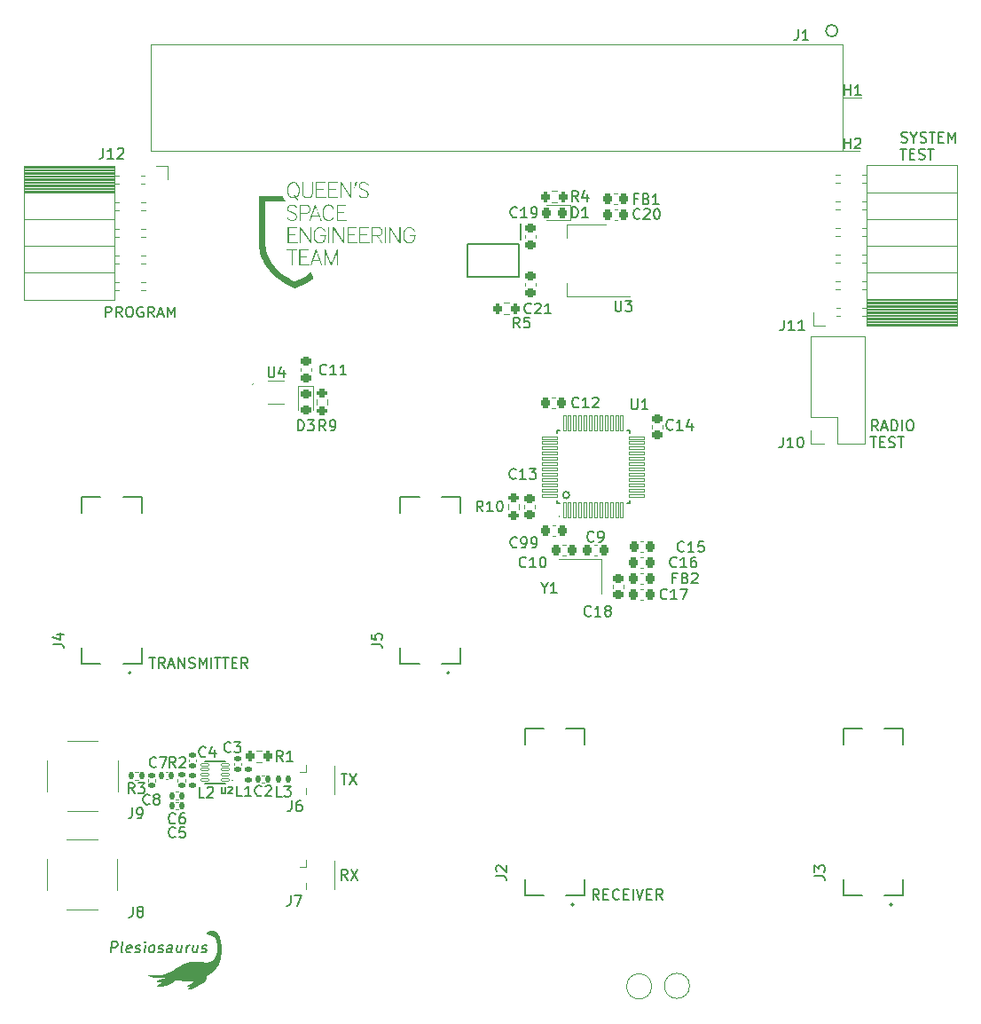
<source format=gto>
G04 #@! TF.GenerationSoftware,KiCad,Pcbnew,(6.0.7-1)-1*
G04 #@! TF.CreationDate,2023-01-03T11:55:49-05:00*
G04 #@! TF.ProjectId,comm-rfb,636f6d6d-2d72-4666-922e-6b696361645f,rev?*
G04 #@! TF.SameCoordinates,Original*
G04 #@! TF.FileFunction,Legend,Top*
G04 #@! TF.FilePolarity,Positive*
%FSLAX46Y46*%
G04 Gerber Fmt 4.6, Leading zero omitted, Abs format (unit mm)*
G04 Created by KiCad (PCBNEW (6.0.7-1)-1) date 2023-01-03 11:55:49*
%MOMM*%
%LPD*%
G01*
G04 APERTURE LIST*
G04 Aperture macros list*
%AMRoundRect*
0 Rectangle with rounded corners*
0 $1 Rounding radius*
0 $2 $3 $4 $5 $6 $7 $8 $9 X,Y pos of 4 corners*
0 Add a 4 corners polygon primitive as box body*
4,1,4,$2,$3,$4,$5,$6,$7,$8,$9,$2,$3,0*
0 Add four circle primitives for the rounded corners*
1,1,$1+$1,$2,$3*
1,1,$1+$1,$4,$5*
1,1,$1+$1,$6,$7*
1,1,$1+$1,$8,$9*
0 Add four rect primitives between the rounded corners*
20,1,$1+$1,$2,$3,$4,$5,0*
20,1,$1+$1,$4,$5,$6,$7,0*
20,1,$1+$1,$6,$7,$8,$9,0*
20,1,$1+$1,$8,$9,$2,$3,0*%
G04 Aperture macros list end*
%ADD10C,0.150000*%
%ADD11C,0.120000*%
%ADD12C,0.200000*%
%ADD13C,0.127000*%
%ADD14C,0.762000*%
%ADD15RoundRect,0.140000X0.170000X-0.140000X0.170000X0.140000X-0.170000X0.140000X-0.170000X-0.140000X0*%
%ADD16C,6.400000*%
%ADD17C,3.600000*%
%ADD18RoundRect,0.140000X-0.170000X0.140000X-0.170000X-0.140000X0.170000X-0.140000X0.170000X0.140000X0*%
%ADD19RoundRect,0.225000X0.250000X-0.225000X0.250000X0.225000X-0.250000X0.225000X-0.250000X-0.225000X0*%
%ADD20RoundRect,0.225000X-0.250000X0.225000X-0.250000X-0.225000X0.250000X-0.225000X0.250000X0.225000X0*%
%ADD21C,1.420000*%
%ADD22R,2.920000X0.740000*%
%ADD23RoundRect,0.225000X-0.225000X-0.250000X0.225000X-0.250000X0.225000X0.250000X-0.225000X0.250000X0*%
%ADD24RoundRect,0.147500X0.172500X-0.147500X0.172500X0.147500X-0.172500X0.147500X-0.172500X-0.147500X0*%
%ADD25RoundRect,0.225000X0.225000X0.250000X-0.225000X0.250000X-0.225000X-0.250000X0.225000X-0.250000X0*%
%ADD26RoundRect,0.135000X0.185000X-0.135000X0.185000X0.135000X-0.185000X0.135000X-0.185000X-0.135000X0*%
%ADD27RoundRect,0.140000X0.140000X0.170000X-0.140000X0.170000X-0.140000X-0.170000X0.140000X-0.170000X0*%
%ADD28C,2.050000*%
%ADD29C,2.250000*%
%ADD30C,2.000000*%
%ADD31RoundRect,0.218750X0.218750X0.256250X-0.218750X0.256250X-0.218750X-0.256250X0.218750X-0.256250X0*%
%ADD32R,0.812800X0.254000*%
%ADD33R,1.752600X1.549400*%
%ADD34RoundRect,0.200000X0.200000X0.275000X-0.200000X0.275000X-0.200000X-0.275000X0.200000X-0.275000X0*%
%ADD35R,0.650000X1.525000*%
%ADD36R,1.400000X1.200000*%
%ADD37R,1.050000X1.000000*%
%ADD38R,2.200000X1.050000*%
%ADD39RoundRect,0.218750X-0.218750X-0.256250X0.218750X-0.256250X0.218750X0.256250X-0.218750X0.256250X0*%
%ADD40RoundRect,0.200000X-0.275000X0.200000X-0.275000X-0.200000X0.275000X-0.200000X0.275000X0.200000X0*%
%ADD41RoundRect,0.135000X0.135000X0.185000X-0.135000X0.185000X-0.135000X-0.185000X0.135000X-0.185000X0*%
%ADD42R,1.524000X1.524000*%
%ADD43C,1.524000*%
%ADD44R,1.700000X1.700000*%
%ADD45O,1.700000X1.700000*%
%ADD46RoundRect,0.147500X0.147500X0.172500X-0.147500X0.172500X-0.147500X-0.172500X0.147500X-0.172500X0*%
%ADD47RoundRect,0.033000X0.117000X-0.747000X0.117000X0.747000X-0.117000X0.747000X-0.117000X-0.747000X0*%
%ADD48RoundRect,0.033000X0.747000X0.117000X-0.747000X0.117000X-0.747000X-0.117000X0.747000X-0.117000X0*%
%ADD49RoundRect,0.033000X-0.117000X0.747000X-0.117000X-0.747000X0.117000X-0.747000X0.117000X0.747000X0*%
%ADD50RoundRect,0.033000X-0.747000X-0.117000X0.747000X-0.117000X0.747000X0.117000X-0.747000X0.117000X0*%
%ADD51RoundRect,0.200000X0.275000X-0.200000X0.275000X0.200000X-0.275000X0.200000X-0.275000X-0.200000X0*%
%ADD52R,2.000000X1.500000*%
%ADD53R,2.000000X3.800000*%
%ADD54RoundRect,0.007800X0.347200X0.122200X-0.347200X0.122200X-0.347200X-0.122200X0.347200X-0.122200X0*%
%ADD55RoundRect,0.007800X-0.347200X-0.122200X0.347200X-0.122200X0.347200X0.122200X-0.347200X0.122200X0*%
%ADD56R,0.900000X1.700000*%
%ADD57RoundRect,0.200000X-0.200000X-0.275000X0.200000X-0.275000X0.200000X0.275000X-0.200000X0.275000X0*%
%ADD58RoundRect,0.218750X-0.256250X0.218750X-0.256250X-0.218750X0.256250X-0.218750X0.256250X0.218750X0*%
G04 APERTURE END LIST*
D10*
X187511961Y-49530000D02*
G75*
G03*
X187511961Y-49530000I-567961J0D01*
G01*
X140106495Y-120457980D02*
X140677923Y-120457980D01*
X140392209Y-121457980D02*
X140392209Y-120457980D01*
X140916019Y-120457980D02*
X141582685Y-121457980D01*
X141582685Y-120457980D02*
X140916019Y-121457980D01*
X121804704Y-109332780D02*
X122376133Y-109332780D01*
X122090419Y-110332780D02*
X122090419Y-109332780D01*
X123280895Y-110332780D02*
X122947561Y-109856590D01*
X122709466Y-110332780D02*
X122709466Y-109332780D01*
X123090419Y-109332780D01*
X123185657Y-109380400D01*
X123233276Y-109428019D01*
X123280895Y-109523257D01*
X123280895Y-109666114D01*
X123233276Y-109761352D01*
X123185657Y-109808971D01*
X123090419Y-109856590D01*
X122709466Y-109856590D01*
X123661847Y-110047066D02*
X124138038Y-110047066D01*
X123566609Y-110332780D02*
X123899942Y-109332780D01*
X124233276Y-110332780D01*
X124566609Y-110332780D02*
X124566609Y-109332780D01*
X125138038Y-110332780D01*
X125138038Y-109332780D01*
X125566609Y-110285161D02*
X125709466Y-110332780D01*
X125947561Y-110332780D01*
X126042800Y-110285161D01*
X126090419Y-110237542D01*
X126138038Y-110142304D01*
X126138038Y-110047066D01*
X126090419Y-109951828D01*
X126042800Y-109904209D01*
X125947561Y-109856590D01*
X125757085Y-109808971D01*
X125661847Y-109761352D01*
X125614228Y-109713733D01*
X125566609Y-109618495D01*
X125566609Y-109523257D01*
X125614228Y-109428019D01*
X125661847Y-109380400D01*
X125757085Y-109332780D01*
X125995180Y-109332780D01*
X126138038Y-109380400D01*
X126566609Y-110332780D02*
X126566609Y-109332780D01*
X126899942Y-110047066D01*
X127233276Y-109332780D01*
X127233276Y-110332780D01*
X127709466Y-110332780D02*
X127709466Y-109332780D01*
X128042800Y-109332780D02*
X128614228Y-109332780D01*
X128328514Y-110332780D02*
X128328514Y-109332780D01*
X128804704Y-109332780D02*
X129376133Y-109332780D01*
X129090419Y-110332780D02*
X129090419Y-109332780D01*
X129709466Y-109808971D02*
X130042800Y-109808971D01*
X130185657Y-110332780D02*
X129709466Y-110332780D01*
X129709466Y-109332780D01*
X130185657Y-109332780D01*
X131185657Y-110332780D02*
X130852323Y-109856590D01*
X130614228Y-110332780D02*
X130614228Y-109332780D01*
X130995180Y-109332780D01*
X131090419Y-109380400D01*
X131138038Y-109428019D01*
X131185657Y-109523257D01*
X131185657Y-109666114D01*
X131138038Y-109761352D01*
X131090419Y-109808971D01*
X130995180Y-109856590D01*
X130614228Y-109856590D01*
X164722514Y-132430780D02*
X164389180Y-131954590D01*
X164151085Y-132430780D02*
X164151085Y-131430780D01*
X164532038Y-131430780D01*
X164627276Y-131478400D01*
X164674895Y-131526019D01*
X164722514Y-131621257D01*
X164722514Y-131764114D01*
X164674895Y-131859352D01*
X164627276Y-131906971D01*
X164532038Y-131954590D01*
X164151085Y-131954590D01*
X165151085Y-131906971D02*
X165484419Y-131906971D01*
X165627276Y-132430780D02*
X165151085Y-132430780D01*
X165151085Y-131430780D01*
X165627276Y-131430780D01*
X166627276Y-132335542D02*
X166579657Y-132383161D01*
X166436800Y-132430780D01*
X166341561Y-132430780D01*
X166198704Y-132383161D01*
X166103466Y-132287923D01*
X166055847Y-132192685D01*
X166008228Y-132002209D01*
X166008228Y-131859352D01*
X166055847Y-131668876D01*
X166103466Y-131573638D01*
X166198704Y-131478400D01*
X166341561Y-131430780D01*
X166436800Y-131430780D01*
X166579657Y-131478400D01*
X166627276Y-131526019D01*
X167055847Y-131906971D02*
X167389180Y-131906971D01*
X167532038Y-132430780D02*
X167055847Y-132430780D01*
X167055847Y-131430780D01*
X167532038Y-131430780D01*
X167960609Y-132430780D02*
X167960609Y-131430780D01*
X168293942Y-131430780D02*
X168627276Y-132430780D01*
X168960609Y-131430780D01*
X169293942Y-131906971D02*
X169627276Y-131906971D01*
X169770133Y-132430780D02*
X169293942Y-132430780D01*
X169293942Y-131430780D01*
X169770133Y-131430780D01*
X170770133Y-132430780D02*
X170436800Y-131954590D01*
X170198704Y-132430780D02*
X170198704Y-131430780D01*
X170579657Y-131430780D01*
X170674895Y-131478400D01*
X170722514Y-131526019D01*
X170770133Y-131621257D01*
X170770133Y-131764114D01*
X170722514Y-131859352D01*
X170674895Y-131906971D01*
X170579657Y-131954590D01*
X170198704Y-131954590D01*
X191356223Y-87683780D02*
X191022890Y-87207590D01*
X190784795Y-87683780D02*
X190784795Y-86683780D01*
X191165747Y-86683780D01*
X191260985Y-86731400D01*
X191308604Y-86779019D01*
X191356223Y-86874257D01*
X191356223Y-87017114D01*
X191308604Y-87112352D01*
X191260985Y-87159971D01*
X191165747Y-87207590D01*
X190784795Y-87207590D01*
X191737176Y-87398066D02*
X192213366Y-87398066D01*
X191641938Y-87683780D02*
X191975271Y-86683780D01*
X192308604Y-87683780D01*
X192641938Y-87683780D02*
X192641938Y-86683780D01*
X192880033Y-86683780D01*
X193022890Y-86731400D01*
X193118128Y-86826638D01*
X193165747Y-86921876D01*
X193213366Y-87112352D01*
X193213366Y-87255209D01*
X193165747Y-87445685D01*
X193118128Y-87540923D01*
X193022890Y-87636161D01*
X192880033Y-87683780D01*
X192641938Y-87683780D01*
X193641938Y-87683780D02*
X193641938Y-86683780D01*
X194308604Y-86683780D02*
X194499080Y-86683780D01*
X194594319Y-86731400D01*
X194689557Y-86826638D01*
X194737176Y-87017114D01*
X194737176Y-87350447D01*
X194689557Y-87540923D01*
X194594319Y-87636161D01*
X194499080Y-87683780D01*
X194308604Y-87683780D01*
X194213366Y-87636161D01*
X194118128Y-87540923D01*
X194070509Y-87350447D01*
X194070509Y-87017114D01*
X194118128Y-86826638D01*
X194213366Y-86731400D01*
X194308604Y-86683780D01*
X190641938Y-88293780D02*
X191213366Y-88293780D01*
X190927652Y-89293780D02*
X190927652Y-88293780D01*
X191546700Y-88769971D02*
X191880033Y-88769971D01*
X192022890Y-89293780D02*
X191546700Y-89293780D01*
X191546700Y-88293780D01*
X192022890Y-88293780D01*
X192403842Y-89246161D02*
X192546700Y-89293780D01*
X192784795Y-89293780D01*
X192880033Y-89246161D01*
X192927652Y-89198542D01*
X192975271Y-89103304D01*
X192975271Y-89008066D01*
X192927652Y-88912828D01*
X192880033Y-88865209D01*
X192784795Y-88817590D01*
X192594319Y-88769971D01*
X192499080Y-88722352D01*
X192451461Y-88674733D01*
X192403842Y-88579495D01*
X192403842Y-88484257D01*
X192451461Y-88389019D01*
X192499080Y-88341400D01*
X192594319Y-88293780D01*
X192832414Y-88293780D01*
X192975271Y-88341400D01*
X193260985Y-88293780D02*
X193832414Y-88293780D01*
X193546700Y-89293780D02*
X193546700Y-88293780D01*
X193581976Y-60153361D02*
X193724833Y-60200980D01*
X193962928Y-60200980D01*
X194058166Y-60153361D01*
X194105785Y-60105742D01*
X194153404Y-60010504D01*
X194153404Y-59915266D01*
X194105785Y-59820028D01*
X194058166Y-59772409D01*
X193962928Y-59724790D01*
X193772452Y-59677171D01*
X193677214Y-59629552D01*
X193629595Y-59581933D01*
X193581976Y-59486695D01*
X193581976Y-59391457D01*
X193629595Y-59296219D01*
X193677214Y-59248600D01*
X193772452Y-59200980D01*
X194010547Y-59200980D01*
X194153404Y-59248600D01*
X194772452Y-59724790D02*
X194772452Y-60200980D01*
X194439119Y-59200980D02*
X194772452Y-59724790D01*
X195105785Y-59200980D01*
X195391500Y-60153361D02*
X195534357Y-60200980D01*
X195772452Y-60200980D01*
X195867690Y-60153361D01*
X195915309Y-60105742D01*
X195962928Y-60010504D01*
X195962928Y-59915266D01*
X195915309Y-59820028D01*
X195867690Y-59772409D01*
X195772452Y-59724790D01*
X195581976Y-59677171D01*
X195486738Y-59629552D01*
X195439119Y-59581933D01*
X195391500Y-59486695D01*
X195391500Y-59391457D01*
X195439119Y-59296219D01*
X195486738Y-59248600D01*
X195581976Y-59200980D01*
X195820071Y-59200980D01*
X195962928Y-59248600D01*
X196248642Y-59200980D02*
X196820071Y-59200980D01*
X196534357Y-60200980D02*
X196534357Y-59200980D01*
X197153404Y-59677171D02*
X197486738Y-59677171D01*
X197629595Y-60200980D02*
X197153404Y-60200980D01*
X197153404Y-59200980D01*
X197629595Y-59200980D01*
X198058166Y-60200980D02*
X198058166Y-59200980D01*
X198391500Y-59915266D01*
X198724833Y-59200980D01*
X198724833Y-60200980D01*
X193486738Y-60810980D02*
X194058166Y-60810980D01*
X193772452Y-61810980D02*
X193772452Y-60810980D01*
X194391500Y-61287171D02*
X194724833Y-61287171D01*
X194867690Y-61810980D02*
X194391500Y-61810980D01*
X194391500Y-60810980D01*
X194867690Y-60810980D01*
X195248642Y-61763361D02*
X195391500Y-61810980D01*
X195629595Y-61810980D01*
X195724833Y-61763361D01*
X195772452Y-61715742D01*
X195820071Y-61620504D01*
X195820071Y-61525266D01*
X195772452Y-61430028D01*
X195724833Y-61382409D01*
X195629595Y-61334790D01*
X195439119Y-61287171D01*
X195343880Y-61239552D01*
X195296261Y-61191933D01*
X195248642Y-61096695D01*
X195248642Y-61001457D01*
X195296261Y-60906219D01*
X195343880Y-60858600D01*
X195439119Y-60810980D01*
X195677214Y-60810980D01*
X195820071Y-60858600D01*
X196105785Y-60810980D02*
X196677214Y-60810980D01*
X196391500Y-61810980D02*
X196391500Y-60810980D01*
X140701733Y-130551180D02*
X140368400Y-130074990D01*
X140130304Y-130551180D02*
X140130304Y-129551180D01*
X140511257Y-129551180D01*
X140606495Y-129598800D01*
X140654114Y-129646419D01*
X140701733Y-129741657D01*
X140701733Y-129884514D01*
X140654114Y-129979752D01*
X140606495Y-130027371D01*
X140511257Y-130074990D01*
X140130304Y-130074990D01*
X141035066Y-129551180D02*
X141701733Y-130551180D01*
X141701733Y-129551180D02*
X141035066Y-130551180D01*
X117618285Y-76855580D02*
X117618285Y-75855580D01*
X117999238Y-75855580D01*
X118094476Y-75903200D01*
X118142095Y-75950819D01*
X118189714Y-76046057D01*
X118189714Y-76188914D01*
X118142095Y-76284152D01*
X118094476Y-76331771D01*
X117999238Y-76379390D01*
X117618285Y-76379390D01*
X119189714Y-76855580D02*
X118856380Y-76379390D01*
X118618285Y-76855580D02*
X118618285Y-75855580D01*
X118999238Y-75855580D01*
X119094476Y-75903200D01*
X119142095Y-75950819D01*
X119189714Y-76046057D01*
X119189714Y-76188914D01*
X119142095Y-76284152D01*
X119094476Y-76331771D01*
X118999238Y-76379390D01*
X118618285Y-76379390D01*
X119808761Y-75855580D02*
X119999238Y-75855580D01*
X120094476Y-75903200D01*
X120189714Y-75998438D01*
X120237333Y-76188914D01*
X120237333Y-76522247D01*
X120189714Y-76712723D01*
X120094476Y-76807961D01*
X119999238Y-76855580D01*
X119808761Y-76855580D01*
X119713523Y-76807961D01*
X119618285Y-76712723D01*
X119570666Y-76522247D01*
X119570666Y-76188914D01*
X119618285Y-75998438D01*
X119713523Y-75903200D01*
X119808761Y-75855580D01*
X121189714Y-75903200D02*
X121094476Y-75855580D01*
X120951619Y-75855580D01*
X120808761Y-75903200D01*
X120713523Y-75998438D01*
X120665904Y-76093676D01*
X120618285Y-76284152D01*
X120618285Y-76427009D01*
X120665904Y-76617485D01*
X120713523Y-76712723D01*
X120808761Y-76807961D01*
X120951619Y-76855580D01*
X121046857Y-76855580D01*
X121189714Y-76807961D01*
X121237333Y-76760342D01*
X121237333Y-76427009D01*
X121046857Y-76427009D01*
X122237333Y-76855580D02*
X121904000Y-76379390D01*
X121665904Y-76855580D02*
X121665904Y-75855580D01*
X122046857Y-75855580D01*
X122142095Y-75903200D01*
X122189714Y-75950819D01*
X122237333Y-76046057D01*
X122237333Y-76188914D01*
X122189714Y-76284152D01*
X122142095Y-76331771D01*
X122046857Y-76379390D01*
X121665904Y-76379390D01*
X122618285Y-76569866D02*
X123094476Y-76569866D01*
X122523047Y-76855580D02*
X122856380Y-75855580D01*
X123189714Y-76855580D01*
X123523047Y-76855580D02*
X123523047Y-75855580D01*
X123856380Y-76569866D01*
X124189714Y-75855580D01*
X124189714Y-76855580D01*
X118114317Y-137459980D02*
X118239317Y-136459980D01*
X118620270Y-136459980D01*
X118709555Y-136507600D01*
X118751222Y-136555219D01*
X118786936Y-136650457D01*
X118769079Y-136793314D01*
X118709555Y-136888552D01*
X118655984Y-136936171D01*
X118554794Y-136983790D01*
X118173841Y-136983790D01*
X119257175Y-137459980D02*
X119167889Y-137412361D01*
X119132175Y-137317123D01*
X119239317Y-136459980D01*
X120025032Y-137412361D02*
X119923841Y-137459980D01*
X119733365Y-137459980D01*
X119644079Y-137412361D01*
X119608365Y-137317123D01*
X119655984Y-136936171D01*
X119715508Y-136840933D01*
X119816698Y-136793314D01*
X120007175Y-136793314D01*
X120096460Y-136840933D01*
X120132175Y-136936171D01*
X120120270Y-137031409D01*
X119632175Y-137126647D01*
X120453603Y-137412361D02*
X120542889Y-137459980D01*
X120733365Y-137459980D01*
X120834555Y-137412361D01*
X120894079Y-137317123D01*
X120900032Y-137269504D01*
X120864317Y-137174266D01*
X120775032Y-137126647D01*
X120632175Y-137126647D01*
X120542889Y-137079028D01*
X120507175Y-136983790D01*
X120513127Y-136936171D01*
X120572651Y-136840933D01*
X120673841Y-136793314D01*
X120816698Y-136793314D01*
X120905984Y-136840933D01*
X121304794Y-137459980D02*
X121388127Y-136793314D01*
X121429794Y-136459980D02*
X121376222Y-136507600D01*
X121417889Y-136555219D01*
X121471460Y-136507600D01*
X121429794Y-136459980D01*
X121417889Y-136555219D01*
X121923841Y-137459980D02*
X121834555Y-137412361D01*
X121792889Y-137364742D01*
X121757175Y-137269504D01*
X121792889Y-136983790D01*
X121852413Y-136888552D01*
X121905984Y-136840933D01*
X122007175Y-136793314D01*
X122150032Y-136793314D01*
X122239317Y-136840933D01*
X122280984Y-136888552D01*
X122316698Y-136983790D01*
X122280984Y-137269504D01*
X122221460Y-137364742D01*
X122167889Y-137412361D01*
X122066698Y-137459980D01*
X121923841Y-137459980D01*
X122644079Y-137412361D02*
X122733365Y-137459980D01*
X122923841Y-137459980D01*
X123025032Y-137412361D01*
X123084555Y-137317123D01*
X123090508Y-137269504D01*
X123054794Y-137174266D01*
X122965508Y-137126647D01*
X122822651Y-137126647D01*
X122733365Y-137079028D01*
X122697651Y-136983790D01*
X122703603Y-136936171D01*
X122763127Y-136840933D01*
X122864317Y-136793314D01*
X123007175Y-136793314D01*
X123096460Y-136840933D01*
X123923841Y-137459980D02*
X123989317Y-136936171D01*
X123953603Y-136840933D01*
X123864317Y-136793314D01*
X123673841Y-136793314D01*
X123572651Y-136840933D01*
X123929794Y-137412361D02*
X123828603Y-137459980D01*
X123590508Y-137459980D01*
X123501222Y-137412361D01*
X123465508Y-137317123D01*
X123477413Y-137221885D01*
X123536936Y-137126647D01*
X123638127Y-137079028D01*
X123876222Y-137079028D01*
X123977413Y-137031409D01*
X124911936Y-136793314D02*
X124828603Y-137459980D01*
X124483365Y-136793314D02*
X124417889Y-137317123D01*
X124453603Y-137412361D01*
X124542889Y-137459980D01*
X124685746Y-137459980D01*
X124786936Y-137412361D01*
X124840508Y-137364742D01*
X125304794Y-137459980D02*
X125388127Y-136793314D01*
X125364317Y-136983790D02*
X125423841Y-136888552D01*
X125477413Y-136840933D01*
X125578603Y-136793314D01*
X125673841Y-136793314D01*
X126435746Y-136793314D02*
X126352413Y-137459980D01*
X126007175Y-136793314D02*
X125941698Y-137317123D01*
X125977413Y-137412361D01*
X126066698Y-137459980D01*
X126209555Y-137459980D01*
X126310746Y-137412361D01*
X126364317Y-137364742D01*
X126786936Y-137412361D02*
X126876222Y-137459980D01*
X127066698Y-137459980D01*
X127167889Y-137412361D01*
X127227413Y-137317123D01*
X127233365Y-137269504D01*
X127197651Y-137174266D01*
X127108365Y-137126647D01*
X126965508Y-137126647D01*
X126876222Y-137079028D01*
X126840508Y-136983790D01*
X126846460Y-136936171D01*
X126905984Y-136840933D01*
X127007175Y-136793314D01*
X127150032Y-136793314D01*
X127239317Y-136840933D01*
X127163533Y-118746542D02*
X127115914Y-118794161D01*
X126973057Y-118841780D01*
X126877819Y-118841780D01*
X126734961Y-118794161D01*
X126639723Y-118698923D01*
X126592104Y-118603685D01*
X126544485Y-118413209D01*
X126544485Y-118270352D01*
X126592104Y-118079876D01*
X126639723Y-117984638D01*
X126734961Y-117889400D01*
X126877819Y-117841780D01*
X126973057Y-117841780D01*
X127115914Y-117889400D01*
X127163533Y-117937019D01*
X128020676Y-118175114D02*
X128020676Y-118841780D01*
X127782580Y-117794161D02*
X127544485Y-118508447D01*
X128163533Y-118508447D01*
X121829533Y-123293142D02*
X121781914Y-123340761D01*
X121639057Y-123388380D01*
X121543819Y-123388380D01*
X121400961Y-123340761D01*
X121305723Y-123245523D01*
X121258104Y-123150285D01*
X121210485Y-122959809D01*
X121210485Y-122816952D01*
X121258104Y-122626476D01*
X121305723Y-122531238D01*
X121400961Y-122436000D01*
X121543819Y-122388380D01*
X121639057Y-122388380D01*
X121781914Y-122436000D01*
X121829533Y-122483619D01*
X122400961Y-122816952D02*
X122305723Y-122769333D01*
X122258104Y-122721714D01*
X122210485Y-122626476D01*
X122210485Y-122578857D01*
X122258104Y-122483619D01*
X122305723Y-122436000D01*
X122400961Y-122388380D01*
X122591438Y-122388380D01*
X122686676Y-122436000D01*
X122734295Y-122483619D01*
X122781914Y-122578857D01*
X122781914Y-122626476D01*
X122734295Y-122721714D01*
X122686676Y-122769333D01*
X122591438Y-122816952D01*
X122400961Y-122816952D01*
X122305723Y-122864571D01*
X122258104Y-122912190D01*
X122210485Y-123007428D01*
X122210485Y-123197904D01*
X122258104Y-123293142D01*
X122305723Y-123340761D01*
X122400961Y-123388380D01*
X122591438Y-123388380D01*
X122686676Y-123340761D01*
X122734295Y-123293142D01*
X122781914Y-123197904D01*
X122781914Y-123007428D01*
X122734295Y-122912190D01*
X122686676Y-122864571D01*
X122591438Y-122816952D01*
X138701542Y-82272142D02*
X138653923Y-82319761D01*
X138511066Y-82367380D01*
X138415828Y-82367380D01*
X138272971Y-82319761D01*
X138177733Y-82224523D01*
X138130114Y-82129285D01*
X138082495Y-81938809D01*
X138082495Y-81795952D01*
X138130114Y-81605476D01*
X138177733Y-81510238D01*
X138272971Y-81415000D01*
X138415828Y-81367380D01*
X138511066Y-81367380D01*
X138653923Y-81415000D01*
X138701542Y-81462619D01*
X139653923Y-82367380D02*
X139082495Y-82367380D01*
X139368209Y-82367380D02*
X139368209Y-81367380D01*
X139272971Y-81510238D01*
X139177733Y-81605476D01*
X139082495Y-81653095D01*
X140606304Y-82367380D02*
X140034876Y-82367380D01*
X140320590Y-82367380D02*
X140320590Y-81367380D01*
X140225352Y-81510238D01*
X140130114Y-81605476D01*
X140034876Y-81653095D01*
X129551133Y-118289342D02*
X129503514Y-118336961D01*
X129360657Y-118384580D01*
X129265419Y-118384580D01*
X129122561Y-118336961D01*
X129027323Y-118241723D01*
X128979704Y-118146485D01*
X128932085Y-117956009D01*
X128932085Y-117813152D01*
X128979704Y-117622676D01*
X129027323Y-117527438D01*
X129122561Y-117432200D01*
X129265419Y-117384580D01*
X129360657Y-117384580D01*
X129503514Y-117432200D01*
X129551133Y-117479819D01*
X129884466Y-117384580D02*
X130503514Y-117384580D01*
X130170180Y-117765533D01*
X130313038Y-117765533D01*
X130408276Y-117813152D01*
X130455895Y-117860771D01*
X130503514Y-117956009D01*
X130503514Y-118194104D01*
X130455895Y-118289342D01*
X130408276Y-118336961D01*
X130313038Y-118384580D01*
X130027323Y-118384580D01*
X129932085Y-118336961D01*
X129884466Y-118289342D01*
X158233742Y-76430142D02*
X158186123Y-76477761D01*
X158043266Y-76525380D01*
X157948028Y-76525380D01*
X157805171Y-76477761D01*
X157709933Y-76382523D01*
X157662314Y-76287285D01*
X157614695Y-76096809D01*
X157614695Y-75953952D01*
X157662314Y-75763476D01*
X157709933Y-75668238D01*
X157805171Y-75573000D01*
X157948028Y-75525380D01*
X158043266Y-75525380D01*
X158186123Y-75573000D01*
X158233742Y-75620619D01*
X158614695Y-75620619D02*
X158662314Y-75573000D01*
X158757552Y-75525380D01*
X158995647Y-75525380D01*
X159090885Y-75573000D01*
X159138504Y-75620619D01*
X159186123Y-75715857D01*
X159186123Y-75811095D01*
X159138504Y-75953952D01*
X158567076Y-76525380D01*
X159186123Y-76525380D01*
X160138504Y-76525380D02*
X159567076Y-76525380D01*
X159852790Y-76525380D02*
X159852790Y-75525380D01*
X159757552Y-75668238D01*
X159662314Y-75763476D01*
X159567076Y-75811095D01*
X154881780Y-130177333D02*
X155596066Y-130177333D01*
X155738923Y-130224952D01*
X155834161Y-130320190D01*
X155881780Y-130463047D01*
X155881780Y-130558285D01*
X154977019Y-129748761D02*
X154929400Y-129701142D01*
X154881780Y-129605904D01*
X154881780Y-129367809D01*
X154929400Y-129272571D01*
X154977019Y-129224952D01*
X155072257Y-129177333D01*
X155167495Y-129177333D01*
X155310352Y-129224952D01*
X155881780Y-129796380D01*
X155881780Y-129177333D01*
X164222133Y-98197942D02*
X164174514Y-98245561D01*
X164031657Y-98293180D01*
X163936419Y-98293180D01*
X163793561Y-98245561D01*
X163698323Y-98150323D01*
X163650704Y-98055085D01*
X163603085Y-97864609D01*
X163603085Y-97721752D01*
X163650704Y-97531276D01*
X163698323Y-97436038D01*
X163793561Y-97340800D01*
X163936419Y-97293180D01*
X164031657Y-97293180D01*
X164174514Y-97340800D01*
X164222133Y-97388419D01*
X164698323Y-98293180D02*
X164888800Y-98293180D01*
X164984038Y-98245561D01*
X165031657Y-98197942D01*
X165126895Y-98055085D01*
X165174514Y-97864609D01*
X165174514Y-97483657D01*
X165126895Y-97388419D01*
X165079276Y-97340800D01*
X164984038Y-97293180D01*
X164793561Y-97293180D01*
X164698323Y-97340800D01*
X164650704Y-97388419D01*
X164603085Y-97483657D01*
X164603085Y-97721752D01*
X164650704Y-97816990D01*
X164698323Y-97864609D01*
X164793561Y-97912228D01*
X164984038Y-97912228D01*
X165079276Y-97864609D01*
X165126895Y-97816990D01*
X165174514Y-97721752D01*
X127036533Y-122677180D02*
X126560342Y-122677180D01*
X126560342Y-121677180D01*
X127322247Y-121772419D02*
X127369866Y-121724800D01*
X127465104Y-121677180D01*
X127703200Y-121677180D01*
X127798438Y-121724800D01*
X127846057Y-121772419D01*
X127893676Y-121867657D01*
X127893676Y-121962895D01*
X127846057Y-122105752D01*
X127274628Y-122677180D01*
X127893676Y-122677180D01*
X156887942Y-98756742D02*
X156840323Y-98804361D01*
X156697466Y-98851980D01*
X156602228Y-98851980D01*
X156459371Y-98804361D01*
X156364133Y-98709123D01*
X156316514Y-98613885D01*
X156268895Y-98423409D01*
X156268895Y-98280552D01*
X156316514Y-98090076D01*
X156364133Y-97994838D01*
X156459371Y-97899600D01*
X156602228Y-97851980D01*
X156697466Y-97851980D01*
X156840323Y-97899600D01*
X156887942Y-97947219D01*
X157364133Y-98851980D02*
X157554609Y-98851980D01*
X157649847Y-98804361D01*
X157697466Y-98756742D01*
X157792704Y-98613885D01*
X157840323Y-98423409D01*
X157840323Y-98042457D01*
X157792704Y-97947219D01*
X157745085Y-97899600D01*
X157649847Y-97851980D01*
X157459371Y-97851980D01*
X157364133Y-97899600D01*
X157316514Y-97947219D01*
X157268895Y-98042457D01*
X157268895Y-98280552D01*
X157316514Y-98375790D01*
X157364133Y-98423409D01*
X157459371Y-98471028D01*
X157649847Y-98471028D01*
X157745085Y-98423409D01*
X157792704Y-98375790D01*
X157840323Y-98280552D01*
X158316514Y-98851980D02*
X158506990Y-98851980D01*
X158602228Y-98804361D01*
X158649847Y-98756742D01*
X158745085Y-98613885D01*
X158792704Y-98423409D01*
X158792704Y-98042457D01*
X158745085Y-97947219D01*
X158697466Y-97899600D01*
X158602228Y-97851980D01*
X158411752Y-97851980D01*
X158316514Y-97899600D01*
X158268895Y-97947219D01*
X158221276Y-98042457D01*
X158221276Y-98280552D01*
X158268895Y-98375790D01*
X158316514Y-98423409D01*
X158411752Y-98471028D01*
X158602228Y-98471028D01*
X158697466Y-98423409D01*
X158745085Y-98375790D01*
X158792704Y-98280552D01*
X157751542Y-100636342D02*
X157703923Y-100683961D01*
X157561066Y-100731580D01*
X157465828Y-100731580D01*
X157322971Y-100683961D01*
X157227733Y-100588723D01*
X157180114Y-100493485D01*
X157132495Y-100303009D01*
X157132495Y-100160152D01*
X157180114Y-99969676D01*
X157227733Y-99874438D01*
X157322971Y-99779200D01*
X157465828Y-99731580D01*
X157561066Y-99731580D01*
X157703923Y-99779200D01*
X157751542Y-99826819D01*
X158703923Y-100731580D02*
X158132495Y-100731580D01*
X158418209Y-100731580D02*
X158418209Y-99731580D01*
X158322971Y-99874438D01*
X158227733Y-99969676D01*
X158132495Y-100017295D01*
X159322971Y-99731580D02*
X159418209Y-99731580D01*
X159513447Y-99779200D01*
X159561066Y-99826819D01*
X159608685Y-99922057D01*
X159656304Y-100112533D01*
X159656304Y-100350628D01*
X159608685Y-100541104D01*
X159561066Y-100636342D01*
X159513447Y-100683961D01*
X159418209Y-100731580D01*
X159322971Y-100731580D01*
X159227733Y-100683961D01*
X159180114Y-100636342D01*
X159132495Y-100541104D01*
X159084876Y-100350628D01*
X159084876Y-100112533D01*
X159132495Y-99922057D01*
X159180114Y-99826819D01*
X159227733Y-99779200D01*
X159322971Y-99731580D01*
X168622742Y-67413142D02*
X168575123Y-67460761D01*
X168432266Y-67508380D01*
X168337028Y-67508380D01*
X168194171Y-67460761D01*
X168098933Y-67365523D01*
X168051314Y-67270285D01*
X168003695Y-67079809D01*
X168003695Y-66936952D01*
X168051314Y-66746476D01*
X168098933Y-66651238D01*
X168194171Y-66556000D01*
X168337028Y-66508380D01*
X168432266Y-66508380D01*
X168575123Y-66556000D01*
X168622742Y-66603619D01*
X169003695Y-66603619D02*
X169051314Y-66556000D01*
X169146552Y-66508380D01*
X169384647Y-66508380D01*
X169479885Y-66556000D01*
X169527504Y-66603619D01*
X169575123Y-66698857D01*
X169575123Y-66794095D01*
X169527504Y-66936952D01*
X168956076Y-67508380D01*
X169575123Y-67508380D01*
X170194171Y-66508380D02*
X170289409Y-66508380D01*
X170384647Y-66556000D01*
X170432266Y-66603619D01*
X170479885Y-66698857D01*
X170527504Y-66889333D01*
X170527504Y-67127428D01*
X170479885Y-67317904D01*
X170432266Y-67413142D01*
X170384647Y-67460761D01*
X170289409Y-67508380D01*
X170194171Y-67508380D01*
X170098933Y-67460761D01*
X170051314Y-67413142D01*
X170003695Y-67317904D01*
X169956076Y-67127428D01*
X169956076Y-66889333D01*
X170003695Y-66698857D01*
X170051314Y-66603619D01*
X170098933Y-66556000D01*
X170194171Y-66508380D01*
X124293333Y-119832380D02*
X123960000Y-119356190D01*
X123721904Y-119832380D02*
X123721904Y-118832380D01*
X124102857Y-118832380D01*
X124198095Y-118880000D01*
X124245714Y-118927619D01*
X124293333Y-119022857D01*
X124293333Y-119165714D01*
X124245714Y-119260952D01*
X124198095Y-119308571D01*
X124102857Y-119356190D01*
X123721904Y-119356190D01*
X124674285Y-118927619D02*
X124721904Y-118880000D01*
X124817142Y-118832380D01*
X125055238Y-118832380D01*
X125150476Y-118880000D01*
X125198095Y-118927619D01*
X125245714Y-119022857D01*
X125245714Y-119118095D01*
X125198095Y-119260952D01*
X124626666Y-119832380D01*
X125245714Y-119832380D01*
X156786342Y-92203542D02*
X156738723Y-92251161D01*
X156595866Y-92298780D01*
X156500628Y-92298780D01*
X156357771Y-92251161D01*
X156262533Y-92155923D01*
X156214914Y-92060685D01*
X156167295Y-91870209D01*
X156167295Y-91727352D01*
X156214914Y-91536876D01*
X156262533Y-91441638D01*
X156357771Y-91346400D01*
X156500628Y-91298780D01*
X156595866Y-91298780D01*
X156738723Y-91346400D01*
X156786342Y-91394019D01*
X157738723Y-92298780D02*
X157167295Y-92298780D01*
X157453009Y-92298780D02*
X157453009Y-91298780D01*
X157357771Y-91441638D01*
X157262533Y-91536876D01*
X157167295Y-91584495D01*
X158072057Y-91298780D02*
X158691104Y-91298780D01*
X158357771Y-91679733D01*
X158500628Y-91679733D01*
X158595866Y-91727352D01*
X158643485Y-91774971D01*
X158691104Y-91870209D01*
X158691104Y-92108304D01*
X158643485Y-92203542D01*
X158595866Y-92251161D01*
X158500628Y-92298780D01*
X158214914Y-92298780D01*
X158119676Y-92251161D01*
X158072057Y-92203542D01*
X172839142Y-99163142D02*
X172791523Y-99210761D01*
X172648666Y-99258380D01*
X172553428Y-99258380D01*
X172410571Y-99210761D01*
X172315333Y-99115523D01*
X172267714Y-99020285D01*
X172220095Y-98829809D01*
X172220095Y-98686952D01*
X172267714Y-98496476D01*
X172315333Y-98401238D01*
X172410571Y-98306000D01*
X172553428Y-98258380D01*
X172648666Y-98258380D01*
X172791523Y-98306000D01*
X172839142Y-98353619D01*
X173791523Y-99258380D02*
X173220095Y-99258380D01*
X173505809Y-99258380D02*
X173505809Y-98258380D01*
X173410571Y-98401238D01*
X173315333Y-98496476D01*
X173220095Y-98544095D01*
X174696285Y-98258380D02*
X174220095Y-98258380D01*
X174172476Y-98734571D01*
X174220095Y-98686952D01*
X174315333Y-98639333D01*
X174553428Y-98639333D01*
X174648666Y-98686952D01*
X174696285Y-98734571D01*
X174743904Y-98829809D01*
X174743904Y-99067904D01*
X174696285Y-99163142D01*
X174648666Y-99210761D01*
X174553428Y-99258380D01*
X174315333Y-99258380D01*
X174220095Y-99210761D01*
X174172476Y-99163142D01*
X122439133Y-119737142D02*
X122391514Y-119784761D01*
X122248657Y-119832380D01*
X122153419Y-119832380D01*
X122010561Y-119784761D01*
X121915323Y-119689523D01*
X121867704Y-119594285D01*
X121820085Y-119403809D01*
X121820085Y-119260952D01*
X121867704Y-119070476D01*
X121915323Y-118975238D01*
X122010561Y-118880000D01*
X122153419Y-118832380D01*
X122248657Y-118832380D01*
X122391514Y-118880000D01*
X122439133Y-118927619D01*
X122772466Y-118832380D02*
X123439133Y-118832380D01*
X123010561Y-119832380D01*
X120215066Y-133107180D02*
X120215066Y-133821466D01*
X120167447Y-133964323D01*
X120072209Y-134059561D01*
X119929352Y-134107180D01*
X119834114Y-134107180D01*
X120834114Y-133535752D02*
X120738876Y-133488133D01*
X120691257Y-133440514D01*
X120643638Y-133345276D01*
X120643638Y-133297657D01*
X120691257Y-133202419D01*
X120738876Y-133154800D01*
X120834114Y-133107180D01*
X121024590Y-133107180D01*
X121119828Y-133154800D01*
X121167447Y-133202419D01*
X121215066Y-133297657D01*
X121215066Y-133345276D01*
X121167447Y-133440514D01*
X121119828Y-133488133D01*
X121024590Y-133535752D01*
X120834114Y-133535752D01*
X120738876Y-133583371D01*
X120691257Y-133630990D01*
X120643638Y-133726228D01*
X120643638Y-133916704D01*
X120691257Y-134011942D01*
X120738876Y-134059561D01*
X120834114Y-134107180D01*
X121024590Y-134107180D01*
X121119828Y-134059561D01*
X121167447Y-134011942D01*
X121215066Y-133916704D01*
X121215066Y-133726228D01*
X121167447Y-133630990D01*
X121119828Y-133583371D01*
X121024590Y-133535752D01*
X162151704Y-67355980D02*
X162151704Y-66355980D01*
X162389800Y-66355980D01*
X162532657Y-66403600D01*
X162627895Y-66498838D01*
X162675514Y-66594076D01*
X162723133Y-66784552D01*
X162723133Y-66927409D01*
X162675514Y-67117885D01*
X162627895Y-67213123D01*
X162532657Y-67308361D01*
X162389800Y-67355980D01*
X162151704Y-67355980D01*
X163675514Y-67355980D02*
X163104085Y-67355980D01*
X163389800Y-67355980D02*
X163389800Y-66355980D01*
X163294561Y-66498838D01*
X163199323Y-66594076D01*
X163104085Y-66641695D01*
X162780742Y-85396342D02*
X162733123Y-85443961D01*
X162590266Y-85491580D01*
X162495028Y-85491580D01*
X162352171Y-85443961D01*
X162256933Y-85348723D01*
X162209314Y-85253485D01*
X162161695Y-85063009D01*
X162161695Y-84920152D01*
X162209314Y-84729676D01*
X162256933Y-84634438D01*
X162352171Y-84539200D01*
X162495028Y-84491580D01*
X162590266Y-84491580D01*
X162733123Y-84539200D01*
X162780742Y-84586819D01*
X163733123Y-85491580D02*
X163161695Y-85491580D01*
X163447409Y-85491580D02*
X163447409Y-84491580D01*
X163352171Y-84634438D01*
X163256933Y-84729676D01*
X163161695Y-84777295D01*
X164114076Y-84586819D02*
X164161695Y-84539200D01*
X164256933Y-84491580D01*
X164495028Y-84491580D01*
X164590266Y-84539200D01*
X164637885Y-84586819D01*
X164685504Y-84682057D01*
X164685504Y-84777295D01*
X164637885Y-84920152D01*
X164066457Y-85491580D01*
X164685504Y-85491580D01*
X172127942Y-100636342D02*
X172080323Y-100683961D01*
X171937466Y-100731580D01*
X171842228Y-100731580D01*
X171699371Y-100683961D01*
X171604133Y-100588723D01*
X171556514Y-100493485D01*
X171508895Y-100303009D01*
X171508895Y-100160152D01*
X171556514Y-99969676D01*
X171604133Y-99874438D01*
X171699371Y-99779200D01*
X171842228Y-99731580D01*
X171937466Y-99731580D01*
X172080323Y-99779200D01*
X172127942Y-99826819D01*
X173080323Y-100731580D02*
X172508895Y-100731580D01*
X172794609Y-100731580D02*
X172794609Y-99731580D01*
X172699371Y-99874438D01*
X172604133Y-99969676D01*
X172508895Y-100017295D01*
X173937466Y-99731580D02*
X173746990Y-99731580D01*
X173651752Y-99779200D01*
X173604133Y-99826819D01*
X173508895Y-99969676D01*
X173461276Y-100160152D01*
X173461276Y-100541104D01*
X173508895Y-100636342D01*
X173556514Y-100683961D01*
X173651752Y-100731580D01*
X173842228Y-100731580D01*
X173937466Y-100683961D01*
X173985085Y-100636342D01*
X174032704Y-100541104D01*
X174032704Y-100303009D01*
X173985085Y-100207771D01*
X173937466Y-100160152D01*
X173842228Y-100112533D01*
X173651752Y-100112533D01*
X173556514Y-100160152D01*
X173508895Y-100207771D01*
X173461276Y-100303009D01*
X133172295Y-81595980D02*
X133172295Y-82405504D01*
X133219914Y-82500742D01*
X133267533Y-82548361D01*
X133362771Y-82595980D01*
X133553247Y-82595980D01*
X133648485Y-82548361D01*
X133696104Y-82500742D01*
X133743723Y-82405504D01*
X133743723Y-81595980D01*
X134648485Y-81929314D02*
X134648485Y-82595980D01*
X134410390Y-81548361D02*
X134172295Y-82262647D01*
X134791342Y-82262647D01*
X134531533Y-119222780D02*
X134198200Y-118746590D01*
X133960104Y-119222780D02*
X133960104Y-118222780D01*
X134341057Y-118222780D01*
X134436295Y-118270400D01*
X134483914Y-118318019D01*
X134531533Y-118413257D01*
X134531533Y-118556114D01*
X134483914Y-118651352D01*
X134436295Y-118698971D01*
X134341057Y-118746590D01*
X133960104Y-118746590D01*
X135483914Y-119222780D02*
X134912485Y-119222780D01*
X135198200Y-119222780D02*
X135198200Y-118222780D01*
X135102961Y-118365638D01*
X135007723Y-118460876D01*
X134912485Y-118508495D01*
X171201042Y-103684342D02*
X171153423Y-103731961D01*
X171010566Y-103779580D01*
X170915328Y-103779580D01*
X170772471Y-103731961D01*
X170677233Y-103636723D01*
X170629614Y-103541485D01*
X170581995Y-103351009D01*
X170581995Y-103208152D01*
X170629614Y-103017676D01*
X170677233Y-102922438D01*
X170772471Y-102827200D01*
X170915328Y-102779580D01*
X171010566Y-102779580D01*
X171153423Y-102827200D01*
X171201042Y-102874819D01*
X172153423Y-103779580D02*
X171581995Y-103779580D01*
X171867709Y-103779580D02*
X171867709Y-102779580D01*
X171772471Y-102922438D01*
X171677233Y-103017676D01*
X171581995Y-103065295D01*
X172486757Y-102779580D02*
X173153423Y-102779580D01*
X172724852Y-103779580D01*
X157160933Y-77871580D02*
X156827600Y-77395390D01*
X156589504Y-77871580D02*
X156589504Y-76871580D01*
X156970457Y-76871580D01*
X157065695Y-76919200D01*
X157113314Y-76966819D01*
X157160933Y-77062057D01*
X157160933Y-77204914D01*
X157113314Y-77300152D01*
X157065695Y-77347771D01*
X156970457Y-77395390D01*
X156589504Y-77395390D01*
X158065695Y-76871580D02*
X157589504Y-76871580D01*
X157541885Y-77347771D01*
X157589504Y-77300152D01*
X157684742Y-77252533D01*
X157922838Y-77252533D01*
X158018076Y-77300152D01*
X158065695Y-77347771D01*
X158113314Y-77443009D01*
X158113314Y-77681104D01*
X158065695Y-77776342D01*
X158018076Y-77823961D01*
X157922838Y-77871580D01*
X157684742Y-77871580D01*
X157589504Y-77823961D01*
X157541885Y-77776342D01*
X159506009Y-102693790D02*
X159506009Y-103169980D01*
X159172676Y-102169980D02*
X159506009Y-102693790D01*
X159839342Y-102169980D01*
X160696485Y-103169980D02*
X160125057Y-103169980D01*
X160410771Y-103169980D02*
X160410771Y-102169980D01*
X160315533Y-102312838D01*
X160220295Y-102408076D01*
X160125057Y-102455695D01*
X124267933Y-125096542D02*
X124220314Y-125144161D01*
X124077457Y-125191780D01*
X123982219Y-125191780D01*
X123839361Y-125144161D01*
X123744123Y-125048923D01*
X123696504Y-124953685D01*
X123648885Y-124763209D01*
X123648885Y-124620352D01*
X123696504Y-124429876D01*
X123744123Y-124334638D01*
X123839361Y-124239400D01*
X123982219Y-124191780D01*
X124077457Y-124191780D01*
X124220314Y-124239400D01*
X124267933Y-124287019D01*
X125125076Y-124191780D02*
X124934600Y-124191780D01*
X124839361Y-124239400D01*
X124791742Y-124287019D01*
X124696504Y-124429876D01*
X124648885Y-124620352D01*
X124648885Y-125001304D01*
X124696504Y-125096542D01*
X124744123Y-125144161D01*
X124839361Y-125191780D01*
X125029838Y-125191780D01*
X125125076Y-125144161D01*
X125172695Y-125096542D01*
X125220314Y-125001304D01*
X125220314Y-124763209D01*
X125172695Y-124667971D01*
X125125076Y-124620352D01*
X125029838Y-124572733D01*
X124839361Y-124572733D01*
X124744123Y-124620352D01*
X124696504Y-124667971D01*
X124648885Y-124763209D01*
X135380866Y-122997980D02*
X135380866Y-123712266D01*
X135333247Y-123855123D01*
X135238009Y-123950361D01*
X135095152Y-123997980D01*
X134999914Y-123997980D01*
X136285628Y-122997980D02*
X136095152Y-122997980D01*
X135999914Y-123045600D01*
X135952295Y-123093219D01*
X135857057Y-123236076D01*
X135809438Y-123426552D01*
X135809438Y-123807504D01*
X135857057Y-123902742D01*
X135904676Y-123950361D01*
X135999914Y-123997980D01*
X136190390Y-123997980D01*
X136285628Y-123950361D01*
X136333247Y-123902742D01*
X136380866Y-123807504D01*
X136380866Y-123569409D01*
X136333247Y-123474171D01*
X136285628Y-123426552D01*
X136190390Y-123378933D01*
X135999914Y-123378933D01*
X135904676Y-123426552D01*
X135857057Y-123474171D01*
X135809438Y-123569409D01*
X172089866Y-101731771D02*
X171756533Y-101731771D01*
X171756533Y-102255580D02*
X171756533Y-101255580D01*
X172232723Y-101255580D01*
X172947009Y-101731771D02*
X173089866Y-101779390D01*
X173137485Y-101827009D01*
X173185104Y-101922247D01*
X173185104Y-102065104D01*
X173137485Y-102160342D01*
X173089866Y-102207961D01*
X172994628Y-102255580D01*
X172613676Y-102255580D01*
X172613676Y-101255580D01*
X172947009Y-101255580D01*
X173042247Y-101303200D01*
X173089866Y-101350819D01*
X173137485Y-101446057D01*
X173137485Y-101541295D01*
X173089866Y-101636533D01*
X173042247Y-101684152D01*
X172947009Y-101731771D01*
X172613676Y-101731771D01*
X173566057Y-101350819D02*
X173613676Y-101303200D01*
X173708914Y-101255580D01*
X173947009Y-101255580D01*
X174042247Y-101303200D01*
X174089866Y-101350819D01*
X174137485Y-101446057D01*
X174137485Y-101541295D01*
X174089866Y-101684152D01*
X173518438Y-102255580D01*
X174137485Y-102255580D01*
X153636742Y-95397580D02*
X153303409Y-94921390D01*
X153065314Y-95397580D02*
X153065314Y-94397580D01*
X153446266Y-94397580D01*
X153541504Y-94445200D01*
X153589123Y-94492819D01*
X153636742Y-94588057D01*
X153636742Y-94730914D01*
X153589123Y-94826152D01*
X153541504Y-94873771D01*
X153446266Y-94921390D01*
X153065314Y-94921390D01*
X154589123Y-95397580D02*
X154017695Y-95397580D01*
X154303409Y-95397580D02*
X154303409Y-94397580D01*
X154208171Y-94540438D01*
X154112933Y-94635676D01*
X154017695Y-94683295D01*
X155208171Y-94397580D02*
X155303409Y-94397580D01*
X155398647Y-94445200D01*
X155446266Y-94492819D01*
X155493885Y-94588057D01*
X155541504Y-94778533D01*
X155541504Y-95016628D01*
X155493885Y-95207104D01*
X155446266Y-95302342D01*
X155398647Y-95349961D01*
X155303409Y-95397580D01*
X155208171Y-95397580D01*
X155112933Y-95349961D01*
X155065314Y-95302342D01*
X155017695Y-95207104D01*
X154970076Y-95016628D01*
X154970076Y-94778533D01*
X155017695Y-94588057D01*
X155065314Y-94492819D01*
X155112933Y-94445200D01*
X155208171Y-94397580D01*
X120164266Y-123683780D02*
X120164266Y-124398066D01*
X120116647Y-124540923D01*
X120021409Y-124636161D01*
X119878552Y-124683780D01*
X119783314Y-124683780D01*
X120688076Y-124683780D02*
X120878552Y-124683780D01*
X120973790Y-124636161D01*
X121021409Y-124588542D01*
X121116647Y-124445685D01*
X121164266Y-124255209D01*
X121164266Y-123874257D01*
X121116647Y-123779019D01*
X121069028Y-123731400D01*
X120973790Y-123683780D01*
X120783314Y-123683780D01*
X120688076Y-123731400D01*
X120640457Y-123779019D01*
X120592838Y-123874257D01*
X120592838Y-124112352D01*
X120640457Y-124207590D01*
X120688076Y-124255209D01*
X120783314Y-124302828D01*
X120973790Y-124302828D01*
X121069028Y-124255209D01*
X121116647Y-124207590D01*
X121164266Y-124112352D01*
X120381733Y-122296180D02*
X120048400Y-121819990D01*
X119810304Y-122296180D02*
X119810304Y-121296180D01*
X120191257Y-121296180D01*
X120286495Y-121343800D01*
X120334114Y-121391419D01*
X120381733Y-121486657D01*
X120381733Y-121629514D01*
X120334114Y-121724752D01*
X120286495Y-121772371D01*
X120191257Y-121819990D01*
X119810304Y-121819990D01*
X120715066Y-121296180D02*
X121334114Y-121296180D01*
X121000780Y-121677133D01*
X121143638Y-121677133D01*
X121238876Y-121724752D01*
X121286495Y-121772371D01*
X121334114Y-121867609D01*
X121334114Y-122105704D01*
X121286495Y-122200942D01*
X121238876Y-122248561D01*
X121143638Y-122296180D01*
X120857923Y-122296180D01*
X120762685Y-122248561D01*
X120715066Y-122200942D01*
X168381066Y-65562171D02*
X168047733Y-65562171D01*
X168047733Y-66085980D02*
X168047733Y-65085980D01*
X168523923Y-65085980D01*
X169238209Y-65562171D02*
X169381066Y-65609790D01*
X169428685Y-65657409D01*
X169476304Y-65752647D01*
X169476304Y-65895504D01*
X169428685Y-65990742D01*
X169381066Y-66038361D01*
X169285828Y-66085980D01*
X168904876Y-66085980D01*
X168904876Y-65085980D01*
X169238209Y-65085980D01*
X169333447Y-65133600D01*
X169381066Y-65181219D01*
X169428685Y-65276457D01*
X169428685Y-65371695D01*
X169381066Y-65466933D01*
X169333447Y-65514552D01*
X169238209Y-65562171D01*
X168904876Y-65562171D01*
X170428685Y-66085980D02*
X169857257Y-66085980D01*
X170142971Y-66085980D02*
X170142971Y-65085980D01*
X170047733Y-65228838D01*
X169952495Y-65324076D01*
X169857257Y-65371695D01*
X183715066Y-49414180D02*
X183715066Y-50128466D01*
X183667447Y-50271323D01*
X183572209Y-50366561D01*
X183429352Y-50414180D01*
X183334114Y-50414180D01*
X184715066Y-50414180D02*
X184143638Y-50414180D01*
X184429352Y-50414180D02*
X184429352Y-49414180D01*
X184334114Y-49557038D01*
X184238876Y-49652276D01*
X184143638Y-49699895D01*
X188137895Y-60777380D02*
X188137895Y-59777380D01*
X188137895Y-60253571D02*
X188709323Y-60253571D01*
X188709323Y-60777380D02*
X188709323Y-59777380D01*
X189137895Y-59872619D02*
X189185514Y-59825000D01*
X189280752Y-59777380D01*
X189518847Y-59777380D01*
X189614085Y-59825000D01*
X189661704Y-59872619D01*
X189709323Y-59967857D01*
X189709323Y-60063095D01*
X189661704Y-60205952D01*
X189090276Y-60777380D01*
X189709323Y-60777380D01*
X188163295Y-55671980D02*
X188163295Y-54671980D01*
X188163295Y-55148171D02*
X188734723Y-55148171D01*
X188734723Y-55671980D02*
X188734723Y-54671980D01*
X189734723Y-55671980D02*
X189163295Y-55671980D01*
X189449009Y-55671980D02*
X189449009Y-54671980D01*
X189353771Y-54814838D01*
X189258533Y-54910076D01*
X189163295Y-54957695D01*
X163949142Y-105309942D02*
X163901523Y-105357561D01*
X163758666Y-105405180D01*
X163663428Y-105405180D01*
X163520571Y-105357561D01*
X163425333Y-105262323D01*
X163377714Y-105167085D01*
X163330095Y-104976609D01*
X163330095Y-104833752D01*
X163377714Y-104643276D01*
X163425333Y-104548038D01*
X163520571Y-104452800D01*
X163663428Y-104405180D01*
X163758666Y-104405180D01*
X163901523Y-104452800D01*
X163949142Y-104500419D01*
X164901523Y-105405180D02*
X164330095Y-105405180D01*
X164615809Y-105405180D02*
X164615809Y-104405180D01*
X164520571Y-104548038D01*
X164425333Y-104643276D01*
X164330095Y-104690895D01*
X165472952Y-104833752D02*
X165377714Y-104786133D01*
X165330095Y-104738514D01*
X165282476Y-104643276D01*
X165282476Y-104595657D01*
X165330095Y-104500419D01*
X165377714Y-104452800D01*
X165472952Y-104405180D01*
X165663428Y-104405180D01*
X165758666Y-104452800D01*
X165806285Y-104500419D01*
X165853904Y-104595657D01*
X165853904Y-104643276D01*
X165806285Y-104738514D01*
X165758666Y-104786133D01*
X165663428Y-104833752D01*
X165472952Y-104833752D01*
X165377714Y-104881371D01*
X165330095Y-104928990D01*
X165282476Y-105024228D01*
X165282476Y-105214704D01*
X165330095Y-105309942D01*
X165377714Y-105357561D01*
X165472952Y-105405180D01*
X165663428Y-105405180D01*
X165758666Y-105357561D01*
X165806285Y-105309942D01*
X165853904Y-105214704D01*
X165853904Y-105024228D01*
X165806285Y-104928990D01*
X165758666Y-104881371D01*
X165663428Y-104833752D01*
X132497533Y-122454942D02*
X132449914Y-122502561D01*
X132307057Y-122550180D01*
X132211819Y-122550180D01*
X132068961Y-122502561D01*
X131973723Y-122407323D01*
X131926104Y-122312085D01*
X131878485Y-122121609D01*
X131878485Y-121978752D01*
X131926104Y-121788276D01*
X131973723Y-121693038D01*
X132068961Y-121597800D01*
X132211819Y-121550180D01*
X132307057Y-121550180D01*
X132449914Y-121597800D01*
X132497533Y-121645419D01*
X132878485Y-121645419D02*
X132926104Y-121597800D01*
X133021342Y-121550180D01*
X133259438Y-121550180D01*
X133354676Y-121597800D01*
X133402295Y-121645419D01*
X133449914Y-121740657D01*
X133449914Y-121835895D01*
X133402295Y-121978752D01*
X132830866Y-122550180D01*
X133449914Y-122550180D01*
X112603980Y-108053933D02*
X113318266Y-108053933D01*
X113461123Y-108101552D01*
X113556361Y-108196790D01*
X113603980Y-108339647D01*
X113603980Y-108434885D01*
X112937314Y-107149171D02*
X113603980Y-107149171D01*
X112556361Y-107387266D02*
X113270647Y-107625361D01*
X113270647Y-107006314D01*
X182273676Y-88301580D02*
X182273676Y-89015866D01*
X182226057Y-89158723D01*
X182130819Y-89253961D01*
X181987961Y-89301580D01*
X181892723Y-89301580D01*
X183273676Y-89301580D02*
X182702247Y-89301580D01*
X182987961Y-89301580D02*
X182987961Y-88301580D01*
X182892723Y-88444438D01*
X182797485Y-88539676D01*
X182702247Y-88587295D01*
X183892723Y-88301580D02*
X183987961Y-88301580D01*
X184083200Y-88349200D01*
X184130819Y-88396819D01*
X184178438Y-88492057D01*
X184226057Y-88682533D01*
X184226057Y-88920628D01*
X184178438Y-89111104D01*
X184130819Y-89206342D01*
X184083200Y-89253961D01*
X183987961Y-89301580D01*
X183892723Y-89301580D01*
X183797485Y-89253961D01*
X183749866Y-89206342D01*
X183702247Y-89111104D01*
X183654628Y-88920628D01*
X183654628Y-88682533D01*
X183702247Y-88492057D01*
X183749866Y-88396819D01*
X183797485Y-88349200D01*
X183892723Y-88301580D01*
X135299666Y-132014980D02*
X135299666Y-132729266D01*
X135252047Y-132872123D01*
X135156809Y-132967361D01*
X135013952Y-133014980D01*
X134918714Y-133014980D01*
X135680619Y-132014980D02*
X136347285Y-132014980D01*
X135918714Y-133014980D01*
X143007780Y-108053933D02*
X143722066Y-108053933D01*
X143864923Y-108101552D01*
X143960161Y-108196790D01*
X144007780Y-108339647D01*
X144007780Y-108434885D01*
X143007780Y-107101552D02*
X143007780Y-107577742D01*
X143483971Y-107625361D01*
X143436352Y-107577742D01*
X143388733Y-107482504D01*
X143388733Y-107244409D01*
X143436352Y-107149171D01*
X143483971Y-107101552D01*
X143579209Y-107053933D01*
X143817304Y-107053933D01*
X143912542Y-107101552D01*
X143960161Y-107149171D01*
X144007780Y-107244409D01*
X144007780Y-107482504D01*
X143960161Y-107577742D01*
X143912542Y-107625361D01*
X134427933Y-122600980D02*
X133951742Y-122600980D01*
X133951742Y-121600980D01*
X134666028Y-121600980D02*
X135285076Y-121600980D01*
X134951742Y-121981933D01*
X135094600Y-121981933D01*
X135189838Y-122029552D01*
X135237457Y-122077171D01*
X135285076Y-122172409D01*
X135285076Y-122410504D01*
X135237457Y-122505742D01*
X135189838Y-122553361D01*
X135094600Y-122600980D01*
X134808885Y-122600980D01*
X134713647Y-122553361D01*
X134666028Y-122505742D01*
X167817073Y-84643390D02*
X167817073Y-85453787D01*
X167864743Y-85549128D01*
X167912414Y-85596798D01*
X168007754Y-85644469D01*
X168198436Y-85644469D01*
X168293777Y-85596798D01*
X168341447Y-85549128D01*
X168389118Y-85453787D01*
X168389118Y-84643390D01*
X169390197Y-85644469D02*
X168818152Y-85644469D01*
X169104174Y-85644469D02*
X169104174Y-84643390D01*
X169008833Y-84786401D01*
X168913493Y-84881742D01*
X168818152Y-84929412D01*
X156887942Y-67260742D02*
X156840323Y-67308361D01*
X156697466Y-67355980D01*
X156602228Y-67355980D01*
X156459371Y-67308361D01*
X156364133Y-67213123D01*
X156316514Y-67117885D01*
X156268895Y-66927409D01*
X156268895Y-66784552D01*
X156316514Y-66594076D01*
X156364133Y-66498838D01*
X156459371Y-66403600D01*
X156602228Y-66355980D01*
X156697466Y-66355980D01*
X156840323Y-66403600D01*
X156887942Y-66451219D01*
X157840323Y-67355980D02*
X157268895Y-67355980D01*
X157554609Y-67355980D02*
X157554609Y-66355980D01*
X157459371Y-66498838D01*
X157364133Y-66594076D01*
X157268895Y-66641695D01*
X158316514Y-67355980D02*
X158506990Y-67355980D01*
X158602228Y-67308361D01*
X158649847Y-67260742D01*
X158745085Y-67117885D01*
X158792704Y-66927409D01*
X158792704Y-66546457D01*
X158745085Y-66451219D01*
X158697466Y-66403600D01*
X158602228Y-66355980D01*
X158411752Y-66355980D01*
X158316514Y-66403600D01*
X158268895Y-66451219D01*
X158221276Y-66546457D01*
X158221276Y-66784552D01*
X158268895Y-66879790D01*
X158316514Y-66927409D01*
X158411752Y-66975028D01*
X158602228Y-66975028D01*
X158697466Y-66927409D01*
X158745085Y-66879790D01*
X158792704Y-66784552D01*
X138618933Y-87675980D02*
X138285600Y-87199790D01*
X138047504Y-87675980D02*
X138047504Y-86675980D01*
X138428457Y-86675980D01*
X138523695Y-86723600D01*
X138571314Y-86771219D01*
X138618933Y-86866457D01*
X138618933Y-87009314D01*
X138571314Y-87104552D01*
X138523695Y-87152171D01*
X138428457Y-87199790D01*
X138047504Y-87199790D01*
X139095123Y-87675980D02*
X139285600Y-87675980D01*
X139380838Y-87628361D01*
X139428457Y-87580742D01*
X139523695Y-87437885D01*
X139571314Y-87247409D01*
X139571314Y-86866457D01*
X139523695Y-86771219D01*
X139476076Y-86723600D01*
X139380838Y-86675980D01*
X139190361Y-86675980D01*
X139095123Y-86723600D01*
X139047504Y-86771219D01*
X138999885Y-86866457D01*
X138999885Y-87104552D01*
X139047504Y-87199790D01*
X139095123Y-87247409D01*
X139190361Y-87295028D01*
X139380838Y-87295028D01*
X139476076Y-87247409D01*
X139523695Y-87199790D01*
X139571314Y-87104552D01*
X117402076Y-60717180D02*
X117402076Y-61431466D01*
X117354457Y-61574323D01*
X117259219Y-61669561D01*
X117116361Y-61717180D01*
X117021123Y-61717180D01*
X118402076Y-61717180D02*
X117830647Y-61717180D01*
X118116361Y-61717180D02*
X118116361Y-60717180D01*
X118021123Y-60860038D01*
X117925885Y-60955276D01*
X117830647Y-61002895D01*
X118783028Y-60812419D02*
X118830647Y-60764800D01*
X118925885Y-60717180D01*
X119163980Y-60717180D01*
X119259219Y-60764800D01*
X119306838Y-60812419D01*
X119354457Y-60907657D01*
X119354457Y-61002895D01*
X119306838Y-61145752D01*
X118735409Y-61717180D01*
X119354457Y-61717180D01*
X166268095Y-75296780D02*
X166268095Y-76106304D01*
X166315714Y-76201542D01*
X166363333Y-76249161D01*
X166458571Y-76296780D01*
X166649047Y-76296780D01*
X166744285Y-76249161D01*
X166791904Y-76201542D01*
X166839523Y-76106304D01*
X166839523Y-75296780D01*
X167220476Y-75296780D02*
X167839523Y-75296780D01*
X167506190Y-75677733D01*
X167649047Y-75677733D01*
X167744285Y-75725352D01*
X167791904Y-75772971D01*
X167839523Y-75868209D01*
X167839523Y-76106304D01*
X167791904Y-76201542D01*
X167744285Y-76249161D01*
X167649047Y-76296780D01*
X167363333Y-76296780D01*
X167268095Y-76249161D01*
X167220476Y-76201542D01*
X182375276Y-77125580D02*
X182375276Y-77839866D01*
X182327657Y-77982723D01*
X182232419Y-78077961D01*
X182089561Y-78125580D01*
X181994323Y-78125580D01*
X183375276Y-78125580D02*
X182803847Y-78125580D01*
X183089561Y-78125580D02*
X183089561Y-77125580D01*
X182994323Y-77268438D01*
X182899085Y-77363676D01*
X182803847Y-77411295D01*
X184327657Y-78125580D02*
X183756228Y-78125580D01*
X184041942Y-78125580D02*
X184041942Y-77125580D01*
X183946704Y-77268438D01*
X183851466Y-77363676D01*
X183756228Y-77411295D01*
X185282380Y-130177333D02*
X185996666Y-130177333D01*
X186139523Y-130224952D01*
X186234761Y-130320190D01*
X186282380Y-130463047D01*
X186282380Y-130558285D01*
X185282380Y-129796380D02*
X185282380Y-129177333D01*
X185663333Y-129510666D01*
X185663333Y-129367809D01*
X185710952Y-129272571D01*
X185758571Y-129224952D01*
X185853809Y-129177333D01*
X186091904Y-129177333D01*
X186187142Y-129224952D01*
X186234761Y-129272571D01*
X186282380Y-129367809D01*
X186282380Y-129653523D01*
X186234761Y-129748761D01*
X186187142Y-129796380D01*
X124267933Y-126417342D02*
X124220314Y-126464961D01*
X124077457Y-126512580D01*
X123982219Y-126512580D01*
X123839361Y-126464961D01*
X123744123Y-126369723D01*
X123696504Y-126274485D01*
X123648885Y-126084009D01*
X123648885Y-125941152D01*
X123696504Y-125750676D01*
X123744123Y-125655438D01*
X123839361Y-125560200D01*
X123982219Y-125512580D01*
X124077457Y-125512580D01*
X124220314Y-125560200D01*
X124267933Y-125607819D01*
X125172695Y-125512580D02*
X124696504Y-125512580D01*
X124648885Y-125988771D01*
X124696504Y-125941152D01*
X124791742Y-125893533D01*
X125029838Y-125893533D01*
X125125076Y-125941152D01*
X125172695Y-125988771D01*
X125220314Y-126084009D01*
X125220314Y-126322104D01*
X125172695Y-126417342D01*
X125125076Y-126464961D01*
X125029838Y-126512580D01*
X124791742Y-126512580D01*
X124696504Y-126464961D01*
X124648885Y-126417342D01*
X128696387Y-121670841D02*
X128696387Y-122189354D01*
X128726888Y-122250355D01*
X128757389Y-122280856D01*
X128818390Y-122311357D01*
X128940393Y-122311357D01*
X129001395Y-122280856D01*
X129031896Y-122250355D01*
X129062396Y-122189354D01*
X129062396Y-121670841D01*
X129336903Y-121731842D02*
X129367404Y-121701342D01*
X129428406Y-121670841D01*
X129580909Y-121670841D01*
X129641911Y-121701342D01*
X129672412Y-121731842D01*
X129702912Y-121792844D01*
X129702912Y-121853845D01*
X129672412Y-121945348D01*
X129306403Y-122311357D01*
X129702912Y-122311357D01*
X162723133Y-65806580D02*
X162389800Y-65330390D01*
X162151704Y-65806580D02*
X162151704Y-64806580D01*
X162532657Y-64806580D01*
X162627895Y-64854200D01*
X162675514Y-64901819D01*
X162723133Y-64997057D01*
X162723133Y-65139914D01*
X162675514Y-65235152D01*
X162627895Y-65282771D01*
X162532657Y-65330390D01*
X162151704Y-65330390D01*
X163580276Y-65139914D02*
X163580276Y-65806580D01*
X163342180Y-64758961D02*
X163104085Y-65473247D01*
X163723133Y-65473247D01*
X135990104Y-87675980D02*
X135990104Y-86675980D01*
X136228200Y-86675980D01*
X136371057Y-86723600D01*
X136466295Y-86818838D01*
X136513914Y-86914076D01*
X136561533Y-87104552D01*
X136561533Y-87247409D01*
X136513914Y-87437885D01*
X136466295Y-87533123D01*
X136371057Y-87628361D01*
X136228200Y-87675980D01*
X135990104Y-87675980D01*
X136894866Y-86675980D02*
X137513914Y-86675980D01*
X137180580Y-87056933D01*
X137323438Y-87056933D01*
X137418676Y-87104552D01*
X137466295Y-87152171D01*
X137513914Y-87247409D01*
X137513914Y-87485504D01*
X137466295Y-87580742D01*
X137418676Y-87628361D01*
X137323438Y-87675980D01*
X137037723Y-87675980D01*
X136942485Y-87628361D01*
X136894866Y-87580742D01*
X130668733Y-122575580D02*
X130192542Y-122575580D01*
X130192542Y-121575580D01*
X131525876Y-122575580D02*
X130954447Y-122575580D01*
X131240161Y-122575580D02*
X131240161Y-121575580D01*
X131144923Y-121718438D01*
X131049685Y-121813676D01*
X130954447Y-121861295D01*
X171772342Y-87529942D02*
X171724723Y-87577561D01*
X171581866Y-87625180D01*
X171486628Y-87625180D01*
X171343771Y-87577561D01*
X171248533Y-87482323D01*
X171200914Y-87387085D01*
X171153295Y-87196609D01*
X171153295Y-87053752D01*
X171200914Y-86863276D01*
X171248533Y-86768038D01*
X171343771Y-86672800D01*
X171486628Y-86625180D01*
X171581866Y-86625180D01*
X171724723Y-86672800D01*
X171772342Y-86720419D01*
X172724723Y-87625180D02*
X172153295Y-87625180D01*
X172439009Y-87625180D02*
X172439009Y-86625180D01*
X172343771Y-86768038D01*
X172248533Y-86863276D01*
X172153295Y-86910895D01*
X173581866Y-86958514D02*
X173581866Y-87625180D01*
X173343771Y-86577561D02*
X173105676Y-87291847D01*
X173724723Y-87291847D01*
D11*
X126267800Y-119259236D02*
X126267800Y-119043564D01*
X125547800Y-119259236D02*
X125547800Y-119043564D01*
X122381600Y-120948564D02*
X122381600Y-121164236D01*
X121661600Y-120948564D02*
X121661600Y-121164236D01*
X136218200Y-82004780D02*
X136218200Y-81723620D01*
X137238200Y-82004780D02*
X137238200Y-81723620D01*
X129865800Y-119614836D02*
X129865800Y-119399164D01*
X130585800Y-119614836D02*
X130585800Y-119399164D01*
X157680800Y-73595620D02*
X157680800Y-73876780D01*
X158700800Y-73595620D02*
X158700800Y-73876780D01*
D12*
X157629400Y-117644000D02*
X157629400Y-116139000D01*
X163349400Y-130514000D02*
X163349400Y-132019000D01*
X157629400Y-132019000D02*
X157629400Y-130514000D01*
X163349400Y-117644000D02*
X163349400Y-116139000D01*
X157629400Y-132019000D02*
X159425740Y-132019000D01*
X163349400Y-116139000D02*
X161553060Y-116139000D01*
X159425740Y-116139000D02*
X157629400Y-116139000D01*
X161553060Y-132019000D02*
X163349400Y-132019000D01*
X162304400Y-132919000D02*
G75*
G03*
X162304400Y-132919000I-100000J0D01*
G01*
D11*
X164248220Y-99620800D02*
X164529380Y-99620800D01*
X164248220Y-98600800D02*
X164529380Y-98600800D01*
G36*
X142769031Y-68357979D02*
G01*
X141954058Y-68357979D01*
X141954058Y-68953536D01*
X142570512Y-68953536D01*
X142570512Y-69037123D01*
X141954058Y-69037123D01*
X141954058Y-69705819D01*
X142810824Y-69705819D01*
X142810824Y-69789406D01*
X141860022Y-69789406D01*
X141860022Y-68274392D01*
X142769031Y-68274392D01*
X142769031Y-68357979D01*
G37*
G36*
X137418467Y-71191950D02*
G01*
X137423025Y-71179040D01*
X137686783Y-70431981D01*
X137797436Y-70431981D01*
X138062710Y-71184264D01*
X138104981Y-71304164D01*
X138145180Y-71418234D01*
X138182773Y-71524955D01*
X138217226Y-71622813D01*
X138248007Y-71710290D01*
X138274581Y-71785870D01*
X138296415Y-71848035D01*
X138312976Y-71895270D01*
X138323731Y-71926057D01*
X138328146Y-71938880D01*
X138328228Y-71939160D01*
X138318997Y-71940678D01*
X138295226Y-71941620D01*
X138278508Y-71941772D01*
X138228545Y-71941772D01*
X138080045Y-71518612D01*
X137404781Y-71518612D01*
X137331090Y-71727580D01*
X137257400Y-71936547D01*
X137207827Y-71939732D01*
X137179085Y-71940005D01*
X137161451Y-71937132D01*
X137158760Y-71934508D01*
X137162238Y-71923541D01*
X137172148Y-71894411D01*
X137187953Y-71848655D01*
X137209114Y-71787811D01*
X137235095Y-71713414D01*
X137265357Y-71627002D01*
X137299363Y-71530113D01*
X137336575Y-71424283D01*
X137337391Y-71421965D01*
X137440178Y-71421965D01*
X137450136Y-71423737D01*
X137477814Y-71425319D01*
X137520045Y-71426694D01*
X137573661Y-71427847D01*
X137635495Y-71428760D01*
X137702381Y-71429418D01*
X137771151Y-71429803D01*
X137838638Y-71429899D01*
X137901675Y-71429689D01*
X137957095Y-71429158D01*
X138001731Y-71428289D01*
X138032417Y-71427065D01*
X138045984Y-71425470D01*
X138046365Y-71425119D01*
X138043022Y-71414099D01*
X138033572Y-71385854D01*
X138018880Y-71342858D01*
X137999815Y-71287584D01*
X137977243Y-71222506D01*
X137952031Y-71150096D01*
X137925047Y-71072830D01*
X137897158Y-70993180D01*
X137869230Y-70913619D01*
X137842131Y-70836622D01*
X137816727Y-70764661D01*
X137793886Y-70700211D01*
X137774474Y-70645744D01*
X137759360Y-70603735D01*
X137749409Y-70576656D01*
X137745617Y-70567149D01*
X137741203Y-70574605D01*
X137730824Y-70599406D01*
X137715338Y-70639150D01*
X137695604Y-70691432D01*
X137672481Y-70753847D01*
X137646829Y-70823991D01*
X137619506Y-70899459D01*
X137591372Y-70977848D01*
X137563286Y-71056753D01*
X137536107Y-71133770D01*
X137510694Y-71206494D01*
X137487906Y-71272520D01*
X137468602Y-71329446D01*
X137453642Y-71374865D01*
X137443884Y-71406375D01*
X137440187Y-71421570D01*
X137440178Y-71421965D01*
X137337391Y-71421965D01*
X137376456Y-71311050D01*
X137418467Y-71191950D01*
G37*
G36*
X134678272Y-65557814D02*
G01*
X134773220Y-65819024D01*
X132863971Y-65819024D01*
X132863971Y-67838696D01*
X132864031Y-68116301D01*
X132864212Y-68375877D01*
X132864510Y-68617199D01*
X132864927Y-68840043D01*
X132865459Y-69044184D01*
X132866107Y-69229398D01*
X132866870Y-69395461D01*
X132867745Y-69542148D01*
X132868732Y-69669235D01*
X132869829Y-69776497D01*
X132871036Y-69863711D01*
X132872352Y-69930651D01*
X132873775Y-69977094D01*
X132874955Y-69998897D01*
X132903250Y-70252624D01*
X132948068Y-70495626D01*
X133010300Y-70731046D01*
X133090839Y-70962029D01*
X133190575Y-71191721D01*
X133243860Y-71299197D01*
X133339524Y-71475015D01*
X133440538Y-71640226D01*
X133549532Y-71798365D01*
X133669133Y-71952969D01*
X133801970Y-72107572D01*
X133950671Y-72265712D01*
X133997505Y-72313107D01*
X134238113Y-72539408D01*
X134493232Y-72750788D01*
X134762959Y-72947318D01*
X135047391Y-73129067D01*
X135346627Y-73296105D01*
X135439496Y-73343456D01*
X135515617Y-73380904D01*
X135575123Y-73408880D01*
X135619656Y-73428076D01*
X135650859Y-73439184D01*
X135670374Y-73442895D01*
X135674837Y-73442557D01*
X135699655Y-73435086D01*
X135740583Y-73419730D01*
X135794911Y-73397687D01*
X135859931Y-73370156D01*
X135932933Y-73338337D01*
X136011209Y-73303427D01*
X136092050Y-73266628D01*
X136172746Y-73229136D01*
X136250589Y-73192153D01*
X136322869Y-73156875D01*
X136343280Y-73146696D01*
X136501187Y-73064794D01*
X136640209Y-72986824D01*
X136761779Y-72911835D01*
X136867332Y-72838878D01*
X136958299Y-72767002D01*
X137036116Y-72695257D01*
X137057538Y-72673164D01*
X137098984Y-72625300D01*
X137134282Y-72577013D01*
X137160904Y-72532354D01*
X137176324Y-72495378D01*
X137179150Y-72478121D01*
X137180130Y-72468368D01*
X137183461Y-72467375D01*
X137189728Y-72476550D01*
X137199515Y-72497297D01*
X137213408Y-72531024D01*
X137231990Y-72579137D01*
X137255848Y-72643042D01*
X137285566Y-72724147D01*
X137313707Y-72801681D01*
X137430186Y-73123498D01*
X137399607Y-73167942D01*
X137348702Y-73229715D01*
X137278051Y-73296090D01*
X137188215Y-73366745D01*
X137079756Y-73441359D01*
X136953238Y-73519611D01*
X136809223Y-73601179D01*
X136648271Y-73685742D01*
X136470946Y-73772980D01*
X136277810Y-73862571D01*
X136069426Y-73954193D01*
X135895626Y-74027289D01*
X135833018Y-74052909D01*
X135776576Y-74075580D01*
X135729266Y-74094146D01*
X135694055Y-74107450D01*
X135673908Y-74114335D01*
X135670650Y-74115034D01*
X135657521Y-74110759D01*
X135628891Y-74098909D01*
X135588100Y-74080950D01*
X135538488Y-74058346D01*
X135494623Y-74037868D01*
X135159676Y-73870748D01*
X134840442Y-73692820D01*
X134537485Y-73504477D01*
X134251370Y-73306109D01*
X133982663Y-73098110D01*
X133731928Y-72880871D01*
X133499730Y-72654784D01*
X133495375Y-72650275D01*
X133297872Y-72432982D01*
X133116054Y-72207264D01*
X132950511Y-71974281D01*
X132801834Y-71735195D01*
X132670615Y-71491168D01*
X132557445Y-71243360D01*
X132462915Y-70992934D01*
X132387617Y-70741051D01*
X132332140Y-70488873D01*
X132305337Y-70312137D01*
X132303562Y-70295775D01*
X132301920Y-70276127D01*
X132300406Y-70252381D01*
X132299016Y-70223730D01*
X132297744Y-70189363D01*
X132296585Y-70148473D01*
X132295534Y-70100248D01*
X132294586Y-70043880D01*
X132293736Y-69978560D01*
X132292980Y-69903479D01*
X132292311Y-69817826D01*
X132291725Y-69720793D01*
X132291217Y-69611571D01*
X132290782Y-69489350D01*
X132290414Y-69353320D01*
X132290110Y-69202674D01*
X132289863Y-69036600D01*
X132289669Y-68854291D01*
X132289522Y-68654936D01*
X132289418Y-68437726D01*
X132289352Y-68201853D01*
X132289318Y-67946506D01*
X132289311Y-67739225D01*
X132289311Y-65296605D01*
X134583324Y-65296605D01*
X134678272Y-65557814D01*
G37*
G36*
X140606217Y-66216062D02*
G01*
X139791244Y-66216062D01*
X139791244Y-66811619D01*
X140407698Y-66811619D01*
X140407698Y-66895206D01*
X139791244Y-66895206D01*
X139791244Y-67563902D01*
X140648011Y-67563902D01*
X140648011Y-67647489D01*
X139697208Y-67647489D01*
X139697208Y-66132475D01*
X140606217Y-66132475D01*
X140606217Y-66216062D01*
G37*
G36*
X135522249Y-66120272D02*
G01*
X135621493Y-66144670D01*
X135711528Y-66183678D01*
X135789651Y-66236047D01*
X135853158Y-66300531D01*
X135867450Y-66319859D01*
X135898366Y-66364538D01*
X135862226Y-66394373D01*
X135826085Y-66424209D01*
X135805837Y-66395886D01*
X135741367Y-66323030D01*
X135664507Y-66265628D01*
X135577993Y-66224716D01*
X135484561Y-66201332D01*
X135386946Y-66196510D01*
X135306793Y-66206901D01*
X135224510Y-66232231D01*
X135158798Y-66269604D01*
X135110038Y-66318602D01*
X135078615Y-66378805D01*
X135064909Y-66449795D01*
X135064302Y-66472047D01*
X135067306Y-66522604D01*
X135076849Y-66566528D01*
X135094719Y-66605454D01*
X135122702Y-66641016D01*
X135162585Y-66674847D01*
X135216157Y-66708582D01*
X135285202Y-66743855D01*
X135371510Y-66782300D01*
X135430370Y-66806772D01*
X135538481Y-66853280D01*
X135628343Y-66897360D01*
X135702258Y-66940363D01*
X135762529Y-66983644D01*
X135811457Y-67028553D01*
X135815793Y-67033162D01*
X135858903Y-67086574D01*
X135886466Y-67139674D01*
X135900536Y-67198443D01*
X135903165Y-67268858D01*
X135902458Y-67285632D01*
X135889751Y-67373762D01*
X135860989Y-67449719D01*
X135815184Y-67515813D01*
X135794655Y-67537322D01*
X135737878Y-67581985D01*
X135668315Y-67620487D01*
X135593976Y-67648717D01*
X135561750Y-67656840D01*
X135511369Y-67663777D01*
X135450475Y-67666884D01*
X135386617Y-67666262D01*
X135327344Y-67662011D01*
X135280205Y-67654231D01*
X135275591Y-67653030D01*
X135193476Y-67623035D01*
X135121985Y-67579788D01*
X135062814Y-67527959D01*
X135027911Y-67489742D01*
X134995457Y-67448418D01*
X134968494Y-67408492D01*
X134950061Y-67374466D01*
X134943198Y-67350845D01*
X134943198Y-67350771D01*
X134951070Y-67339942D01*
X134969921Y-67325562D01*
X134992607Y-67311994D01*
X135011983Y-67303604D01*
X135020366Y-67303626D01*
X135026792Y-67314561D01*
X135039477Y-67338546D01*
X135052288Y-67363685D01*
X135099084Y-67434513D01*
X135162090Y-67495552D01*
X135237568Y-67543242D01*
X135244104Y-67546408D01*
X135276603Y-67561152D01*
X135303459Y-67570690D01*
X135330852Y-67576102D01*
X135364966Y-67578471D01*
X135411980Y-67578880D01*
X135429047Y-67578785D01*
X135487505Y-67577442D01*
X135531324Y-67573781D01*
X135566712Y-67566957D01*
X135599874Y-67556124D01*
X135602274Y-67555193D01*
X135675748Y-67516470D01*
X135733749Y-67464589D01*
X135775181Y-67401113D01*
X135798951Y-67327602D01*
X135804529Y-67266736D01*
X135799760Y-67210016D01*
X135784244Y-67158826D01*
X135756548Y-67111870D01*
X135715237Y-67067856D01*
X135658878Y-67025491D01*
X135586037Y-66983481D01*
X135495279Y-66940531D01*
X135398655Y-66900619D01*
X135312219Y-66865553D01*
X135242419Y-66834447D01*
X135185838Y-66805390D01*
X135139056Y-66776470D01*
X135098655Y-66745776D01*
X135062427Y-66712594D01*
X135016631Y-66661364D01*
X134986582Y-66611380D01*
X134970125Y-66556813D01*
X134965105Y-66491835D01*
X134966269Y-66452539D01*
X134980125Y-66367546D01*
X135011248Y-66293676D01*
X135058856Y-66231520D01*
X135122168Y-66181671D01*
X135200399Y-66144722D01*
X135292770Y-66121263D01*
X135398497Y-66111887D01*
X135416501Y-66111733D01*
X135522249Y-66120272D01*
G37*
G36*
X137334880Y-66897668D02*
G01*
X137339438Y-66884758D01*
X137603196Y-66137699D01*
X137713849Y-66137699D01*
X137979123Y-66889982D01*
X138021394Y-67009882D01*
X138061593Y-67123951D01*
X138099186Y-67230673D01*
X138133639Y-67328531D01*
X138164420Y-67416008D01*
X138190994Y-67491588D01*
X138212828Y-67553753D01*
X138229389Y-67600988D01*
X138240144Y-67631775D01*
X138244559Y-67644598D01*
X138244641Y-67644877D01*
X138235410Y-67646396D01*
X138211639Y-67647338D01*
X138194921Y-67647489D01*
X138144958Y-67647489D01*
X138070708Y-67435910D01*
X137996458Y-67224330D01*
X137321194Y-67224330D01*
X137247503Y-67433298D01*
X137173813Y-67642265D01*
X137124240Y-67645450D01*
X137095498Y-67645723D01*
X137077864Y-67642850D01*
X137075173Y-67640226D01*
X137078651Y-67629259D01*
X137088561Y-67600129D01*
X137104366Y-67554373D01*
X137125527Y-67493528D01*
X137151508Y-67419132D01*
X137181770Y-67332720D01*
X137215776Y-67235831D01*
X137252988Y-67130001D01*
X137253804Y-67127683D01*
X137356591Y-67127683D01*
X137366549Y-67129455D01*
X137394227Y-67131037D01*
X137436458Y-67132412D01*
X137490074Y-67133565D01*
X137551908Y-67134478D01*
X137618794Y-67135135D01*
X137687564Y-67135520D01*
X137755051Y-67135616D01*
X137818088Y-67135407D01*
X137873508Y-67134876D01*
X137918144Y-67134007D01*
X137948830Y-67132783D01*
X137962397Y-67131187D01*
X137962778Y-67130837D01*
X137959435Y-67119817D01*
X137949985Y-67091572D01*
X137935293Y-67048576D01*
X137916228Y-66993302D01*
X137893656Y-66928223D01*
X137868444Y-66855814D01*
X137841460Y-66778548D01*
X137813571Y-66698897D01*
X137785643Y-66619337D01*
X137758544Y-66542339D01*
X137733140Y-66470379D01*
X137710299Y-66405929D01*
X137690887Y-66351462D01*
X137675773Y-66309453D01*
X137665822Y-66282374D01*
X137662030Y-66272867D01*
X137657616Y-66280323D01*
X137647237Y-66305124D01*
X137631751Y-66344868D01*
X137612017Y-66397150D01*
X137588894Y-66459565D01*
X137563242Y-66529708D01*
X137535919Y-66605177D01*
X137507785Y-66683566D01*
X137479699Y-66762471D01*
X137452520Y-66839487D01*
X137427107Y-66912211D01*
X137404319Y-66978238D01*
X137385015Y-67035163D01*
X137370055Y-67080583D01*
X137360297Y-67112093D01*
X137356600Y-67127288D01*
X137356591Y-67127683D01*
X137253804Y-67127683D01*
X137292869Y-67016768D01*
X137334880Y-66897668D01*
G37*
G36*
X140151169Y-63985334D02*
G01*
X140579824Y-64658664D01*
X141008480Y-65331994D01*
X141013856Y-63980110D01*
X141107739Y-63980110D01*
X141107739Y-65495124D01*
X141004719Y-65495124D01*
X140572992Y-64816680D01*
X140141264Y-64138236D01*
X140138577Y-64816680D01*
X140135889Y-65495124D01*
X140042005Y-65495124D01*
X140042005Y-63979018D01*
X140151169Y-63985334D01*
G37*
G36*
X141609261Y-68357979D02*
G01*
X140794288Y-68357979D01*
X140794288Y-68953536D01*
X141410742Y-68953536D01*
X141410742Y-69037123D01*
X140794288Y-69037123D01*
X140794288Y-69705819D01*
X141651055Y-69705819D01*
X141651055Y-69789406D01*
X140700252Y-69789406D01*
X140700252Y-68274392D01*
X141609261Y-68274392D01*
X141609261Y-68357979D01*
G37*
G36*
X138997167Y-69789406D02*
G01*
X138903132Y-69789406D01*
X138903132Y-68274392D01*
X138997167Y-68274392D01*
X138997167Y-69789406D01*
G37*
G36*
X136285270Y-68279616D02*
G01*
X136713925Y-68952946D01*
X137142581Y-69626276D01*
X137147957Y-68274392D01*
X137241840Y-68274392D01*
X137241840Y-69789406D01*
X137138820Y-69789406D01*
X136275366Y-68432518D01*
X136269990Y-69789406D01*
X136176106Y-69789406D01*
X136176106Y-68273300D01*
X136285270Y-68279616D01*
G37*
G36*
X143398799Y-68276506D02*
G01*
X143767357Y-68279616D01*
X143836506Y-68313675D01*
X143903636Y-68355035D01*
X143957843Y-68407969D01*
X144002719Y-68476258D01*
X144016168Y-68502967D01*
X144030473Y-68534512D01*
X144039880Y-68560919D01*
X144045409Y-68588084D01*
X144048079Y-68621905D01*
X144048911Y-68668279D01*
X144048957Y-68692562D01*
X144048623Y-68745537D01*
X144046928Y-68783440D01*
X144042828Y-68812094D01*
X144035282Y-68837319D01*
X144023246Y-68864940D01*
X144015091Y-68881730D01*
X143967146Y-68957008D01*
X143904910Y-69019932D01*
X143831618Y-69068133D01*
X143750504Y-69099241D01*
X143706287Y-69107879D01*
X143648604Y-69115486D01*
X143799925Y-69361023D01*
X143843200Y-69431226D01*
X143886128Y-69500834D01*
X143926518Y-69566298D01*
X143962179Y-69624068D01*
X143990921Y-69670594D01*
X144008190Y-69698512D01*
X144065135Y-69790464D01*
X143947431Y-69784182D01*
X143741494Y-69449834D01*
X143535558Y-69115486D01*
X143124276Y-69109820D01*
X143124276Y-69789406D01*
X143030240Y-69789406D01*
X143030240Y-69027836D01*
X143124276Y-69027836D01*
X143429891Y-69024643D01*
X143735505Y-69021451D01*
X143788998Y-68993231D01*
X143842744Y-68957587D01*
X143885657Y-68911396D01*
X143922006Y-68849887D01*
X143927360Y-68838604D01*
X143941600Y-68803509D01*
X143949767Y-68769655D01*
X143953349Y-68728852D01*
X143953924Y-68692327D01*
X143952641Y-68641944D01*
X143947799Y-68604165D01*
X143937912Y-68570802D01*
X143927360Y-68546050D01*
X143891650Y-68481721D01*
X143850041Y-68433455D01*
X143798266Y-68396480D01*
X143788998Y-68391422D01*
X143735505Y-68363203D01*
X143429891Y-68360011D01*
X143124276Y-68356818D01*
X143124276Y-69027836D01*
X143030240Y-69027836D01*
X143030240Y-68273396D01*
X143398799Y-68276506D01*
G37*
G36*
X135925345Y-68357979D02*
G01*
X135110372Y-68357979D01*
X135110372Y-68953536D01*
X135726826Y-68953536D01*
X135726826Y-69037123D01*
X135110372Y-69037123D01*
X135110372Y-69705819D01*
X135967139Y-69705819D01*
X135967139Y-69789406D01*
X135016336Y-69789406D01*
X135016336Y-68274392D01*
X135925345Y-68274392D01*
X135925345Y-68357979D01*
G37*
G36*
X139791244Y-64063697D02*
G01*
X138976271Y-64063697D01*
X138976271Y-64659254D01*
X139592725Y-64659254D01*
X139592725Y-64742841D01*
X138976271Y-64742841D01*
X138976271Y-65411537D01*
X139833037Y-65411537D01*
X139833037Y-65495124D01*
X138882235Y-65495124D01*
X138882235Y-63980110D01*
X139791244Y-63980110D01*
X139791244Y-64063697D01*
G37*
G36*
X142355486Y-63967907D02*
G01*
X142454730Y-63992305D01*
X142544765Y-64031312D01*
X142622888Y-64083682D01*
X142686395Y-64148166D01*
X142700687Y-64167494D01*
X142731603Y-64212173D01*
X142659323Y-64271843D01*
X142639075Y-64243521D01*
X142574604Y-64170664D01*
X142497744Y-64113262D01*
X142411230Y-64072351D01*
X142317798Y-64048966D01*
X142220184Y-64044144D01*
X142140030Y-64054536D01*
X142057748Y-64079866D01*
X141992035Y-64117239D01*
X141943276Y-64166236D01*
X141911852Y-64226439D01*
X141898147Y-64297429D01*
X141897539Y-64319682D01*
X141900543Y-64370239D01*
X141910086Y-64414163D01*
X141927956Y-64453089D01*
X141955939Y-64488651D01*
X141995823Y-64522482D01*
X142049394Y-64556217D01*
X142118440Y-64591490D01*
X142204747Y-64629934D01*
X142263607Y-64654406D01*
X142371719Y-64700914D01*
X142461581Y-64744994D01*
X142535496Y-64787998D01*
X142595766Y-64831278D01*
X142644694Y-64876187D01*
X142649030Y-64880796D01*
X142692140Y-64934209D01*
X142719704Y-64987309D01*
X142733773Y-65046077D01*
X142736402Y-65116493D01*
X142735696Y-65133266D01*
X142722988Y-65221396D01*
X142694226Y-65297354D01*
X142648421Y-65363447D01*
X142627893Y-65384957D01*
X142571115Y-65429620D01*
X142501552Y-65468121D01*
X142427213Y-65496352D01*
X142394987Y-65504475D01*
X142344606Y-65511412D01*
X142283712Y-65514519D01*
X142219854Y-65513897D01*
X142160581Y-65509646D01*
X142113442Y-65501866D01*
X142108828Y-65500664D01*
X142026714Y-65470670D01*
X141955222Y-65427423D01*
X141896052Y-65375594D01*
X141861148Y-65337376D01*
X141828695Y-65296053D01*
X141801731Y-65256127D01*
X141783298Y-65222101D01*
X141776435Y-65198480D01*
X141776435Y-65198405D01*
X141784307Y-65187577D01*
X141803158Y-65173196D01*
X141825845Y-65159629D01*
X141845220Y-65151239D01*
X141853603Y-65151261D01*
X141860030Y-65162196D01*
X141872714Y-65186181D01*
X141885525Y-65211320D01*
X141932322Y-65282148D01*
X141995327Y-65343187D01*
X142070805Y-65390877D01*
X142077341Y-65394042D01*
X142109840Y-65408787D01*
X142136696Y-65418325D01*
X142164090Y-65423737D01*
X142198203Y-65426106D01*
X142245217Y-65426515D01*
X142262285Y-65426420D01*
X142320742Y-65425077D01*
X142364562Y-65421416D01*
X142399949Y-65414591D01*
X142433111Y-65403759D01*
X142435512Y-65402828D01*
X142508985Y-65364105D01*
X142566986Y-65312224D01*
X142608419Y-65248748D01*
X142632189Y-65175237D01*
X142637766Y-65114370D01*
X142632997Y-65057651D01*
X142617481Y-65006460D01*
X142589785Y-64959505D01*
X142548474Y-64915491D01*
X142492115Y-64873126D01*
X142419274Y-64831115D01*
X142328517Y-64788166D01*
X142231892Y-64748253D01*
X142145456Y-64713187D01*
X142075657Y-64682082D01*
X142019075Y-64653025D01*
X141972293Y-64624105D01*
X141931892Y-64593410D01*
X141895664Y-64560229D01*
X141849868Y-64508999D01*
X141819819Y-64459015D01*
X141803362Y-64404447D01*
X141798342Y-64339469D01*
X141799506Y-64300174D01*
X141813362Y-64215181D01*
X141844485Y-64141311D01*
X141892094Y-64079155D01*
X141955405Y-64029306D01*
X142033637Y-63992356D01*
X142126007Y-63968897D01*
X142231734Y-63959521D01*
X142249738Y-63959367D01*
X142355486Y-63967907D01*
G37*
G36*
X135914897Y-70510344D02*
G01*
X135455168Y-70510344D01*
X135455168Y-71941772D01*
X135361133Y-71941772D01*
X135361133Y-70510344D01*
X134911853Y-70510344D01*
X134911853Y-70426757D01*
X135914897Y-70426757D01*
X135914897Y-70510344D01*
G37*
G36*
X144388529Y-69789406D02*
G01*
X144294494Y-69789406D01*
X144294494Y-68274392D01*
X144388529Y-68274392D01*
X144388529Y-69789406D01*
G37*
G36*
X146690158Y-68255656D02*
G01*
X146750276Y-68262729D01*
X146760310Y-68264835D01*
X146846383Y-68294770D01*
X146929162Y-68342901D01*
X147005183Y-68406531D01*
X147070980Y-68482958D01*
X147102877Y-68531718D01*
X147129985Y-68579165D01*
X147146419Y-68612308D01*
X147152655Y-68634518D01*
X147149170Y-68649166D01*
X147136439Y-68659622D01*
X147121886Y-68666417D01*
X147095945Y-68676295D01*
X147078588Y-68681172D01*
X147076709Y-68681291D01*
X147068585Y-68672255D01*
X147054653Y-68648934D01*
X147037714Y-68616083D01*
X147035153Y-68610764D01*
X146982432Y-68522376D01*
X146916346Y-68449802D01*
X146837322Y-68393489D01*
X146815121Y-68381770D01*
X146776245Y-68363192D01*
X146746199Y-68351635D01*
X146717520Y-68345487D01*
X146682742Y-68343134D01*
X146635471Y-68342957D01*
X146560325Y-68346623D01*
X146498845Y-68358179D01*
X146445171Y-68380106D01*
X146393444Y-68414882D01*
X146337805Y-68464988D01*
X146330848Y-68471888D01*
X146269597Y-68541173D01*
X146221611Y-68614955D01*
X146184093Y-68698430D01*
X146154243Y-68796793D01*
X146152838Y-68802457D01*
X146137060Y-68891276D01*
X146129371Y-68991254D01*
X146129775Y-69094547D01*
X146138281Y-69193311D01*
X146152430Y-69270072D01*
X146189014Y-69385375D01*
X146238074Y-69485476D01*
X146299076Y-69569623D01*
X146371487Y-69637065D01*
X146444356Y-69682062D01*
X146483414Y-69700690D01*
X146513781Y-69712294D01*
X146542986Y-69718527D01*
X146578554Y-69721042D01*
X146623939Y-69721492D01*
X146673248Y-69720828D01*
X146709113Y-69717857D01*
X146738969Y-69711108D01*
X146770253Y-69699110D01*
X146795282Y-69687609D01*
X146876472Y-69637738D01*
X146947278Y-69570490D01*
X147006992Y-69487005D01*
X147054909Y-69388427D01*
X147090323Y-69275896D01*
X147108580Y-69180788D01*
X147114241Y-69141607D01*
X146697620Y-69141607D01*
X146697620Y-69058020D01*
X147212289Y-69058020D01*
X147205119Y-69144219D01*
X147185656Y-69281139D01*
X147151288Y-69404358D01*
X147102210Y-69513468D01*
X147038618Y-69608060D01*
X146960706Y-69687726D01*
X146935828Y-69707700D01*
X146875510Y-69749058D01*
X146818051Y-69777412D01*
X146756806Y-69795014D01*
X146685127Y-69804115D01*
X146645378Y-69806115D01*
X146567825Y-69806080D01*
X146508504Y-69800386D01*
X146485390Y-69795248D01*
X146388204Y-69756704D01*
X146300452Y-69700352D01*
X146223120Y-69627497D01*
X146157194Y-69539447D01*
X146103662Y-69437506D01*
X146063510Y-69322979D01*
X146038704Y-69204040D01*
X146031616Y-69127911D01*
X146030030Y-69040606D01*
X146033598Y-68949490D01*
X146041969Y-68861931D01*
X146054795Y-68785297D01*
X146059478Y-68765466D01*
X146098359Y-68647025D01*
X146150799Y-68543201D01*
X146218026Y-68451740D01*
X146248064Y-68419393D01*
X146312626Y-68360194D01*
X146375299Y-68316860D01*
X146441933Y-68285843D01*
X146495896Y-68269081D01*
X146553483Y-68258984D01*
X146621399Y-68254459D01*
X146690158Y-68255656D01*
G37*
G36*
X136503569Y-66132475D02*
G01*
X136606965Y-66132610D01*
X136691909Y-66133237D01*
X136760844Y-66134685D01*
X136816213Y-66137285D01*
X136860461Y-66141367D01*
X136896032Y-66147263D01*
X136925368Y-66155302D01*
X136950913Y-66165815D01*
X136975112Y-66179132D01*
X137000408Y-66195585D01*
X137007840Y-66200675D01*
X137069878Y-66255617D01*
X137118837Y-66324111D01*
X137153967Y-66402839D01*
X137174515Y-66488479D01*
X137179733Y-66577712D01*
X137168868Y-66667218D01*
X137141171Y-66753677D01*
X137135653Y-66765893D01*
X137096317Y-66829454D01*
X137042645Y-66888012D01*
X136980922Y-66935309D01*
X136947107Y-66953663D01*
X136881371Y-66984018D01*
X136565308Y-66987195D01*
X136249245Y-66990371D01*
X136249245Y-67647489D01*
X136155209Y-67647489D01*
X136155209Y-66907089D01*
X136249245Y-66907089D01*
X136549635Y-66903707D01*
X136640056Y-66902523D01*
X136712034Y-66901135D01*
X136768023Y-66899394D01*
X136810477Y-66897149D01*
X136841849Y-66894253D01*
X136864593Y-66890554D01*
X136881163Y-66885905D01*
X136888054Y-66883108D01*
X136943382Y-66848619D01*
X136994445Y-66799450D01*
X137035204Y-66741742D01*
X137044245Y-66724267D01*
X137071681Y-66645370D01*
X137081556Y-66565068D01*
X137074929Y-66486338D01*
X137052861Y-66412156D01*
X137016411Y-66345500D01*
X136966639Y-66289346D01*
X136904604Y-66246671D01*
X136868649Y-66231078D01*
X136849625Y-66226481D01*
X136819934Y-66222871D01*
X136777590Y-66220161D01*
X136720609Y-66218263D01*
X136647007Y-66217089D01*
X136554798Y-66216552D01*
X136539187Y-66216521D01*
X136249245Y-66216062D01*
X136249245Y-66907089D01*
X136155209Y-66907089D01*
X136155209Y-66132475D01*
X136503569Y-66132475D01*
G37*
G36*
X137022424Y-70510344D02*
G01*
X136207451Y-70510344D01*
X136207451Y-71105902D01*
X136823905Y-71105902D01*
X136823905Y-71189489D01*
X136207451Y-71189489D01*
X136207451Y-71858185D01*
X137064218Y-71858185D01*
X137064218Y-71941772D01*
X136113416Y-71941772D01*
X136113416Y-70426757D01*
X137022424Y-70426757D01*
X137022424Y-70510344D01*
G37*
G36*
X139430231Y-68279616D02*
G01*
X139858886Y-68952946D01*
X140287542Y-69626276D01*
X140292918Y-68274392D01*
X140386801Y-68274392D01*
X140386801Y-69789406D01*
X140283781Y-69789406D01*
X139420327Y-68432518D01*
X139414951Y-69789406D01*
X139321067Y-69789406D01*
X139321067Y-68273300D01*
X139430231Y-68279616D01*
G37*
G36*
X138143387Y-68255656D02*
G01*
X138203505Y-68262729D01*
X138213539Y-68264835D01*
X138299612Y-68294770D01*
X138382391Y-68342901D01*
X138458412Y-68406531D01*
X138524209Y-68482958D01*
X138556107Y-68531718D01*
X138583214Y-68579165D01*
X138599648Y-68612308D01*
X138605885Y-68634518D01*
X138602400Y-68649166D01*
X138589668Y-68659622D01*
X138575115Y-68666417D01*
X138549175Y-68676295D01*
X138531817Y-68681172D01*
X138529938Y-68681291D01*
X138521814Y-68672255D01*
X138507882Y-68648934D01*
X138490944Y-68616083D01*
X138488382Y-68610764D01*
X138435662Y-68522376D01*
X138369575Y-68449802D01*
X138290551Y-68393489D01*
X138268351Y-68381770D01*
X138229474Y-68363192D01*
X138199429Y-68351635D01*
X138170749Y-68345487D01*
X138135971Y-68343134D01*
X138088701Y-68342957D01*
X138013555Y-68346623D01*
X137952074Y-68358179D01*
X137898400Y-68380106D01*
X137846673Y-68414882D01*
X137791035Y-68464988D01*
X137784077Y-68471888D01*
X137722827Y-68541173D01*
X137674841Y-68614955D01*
X137637322Y-68698430D01*
X137607473Y-68796793D01*
X137606067Y-68802457D01*
X137590289Y-68891276D01*
X137582600Y-68991254D01*
X137583004Y-69094547D01*
X137591510Y-69193311D01*
X137605659Y-69270072D01*
X137642244Y-69385375D01*
X137691303Y-69485476D01*
X137752305Y-69569623D01*
X137824716Y-69637065D01*
X137897586Y-69682062D01*
X137936643Y-69700690D01*
X137967010Y-69712294D01*
X137996215Y-69718527D01*
X138031783Y-69721042D01*
X138077168Y-69721492D01*
X138126477Y-69720828D01*
X138162342Y-69717857D01*
X138192198Y-69711108D01*
X138223483Y-69699110D01*
X138248511Y-69687609D01*
X138329702Y-69637738D01*
X138400507Y-69570490D01*
X138460221Y-69487005D01*
X138508138Y-69388427D01*
X138543552Y-69275896D01*
X138561809Y-69180788D01*
X138567470Y-69141607D01*
X138150849Y-69141607D01*
X138150849Y-69058020D01*
X138665518Y-69058020D01*
X138658349Y-69144219D01*
X138638885Y-69281139D01*
X138604517Y-69404358D01*
X138555439Y-69513468D01*
X138491847Y-69608060D01*
X138413936Y-69687726D01*
X138389057Y-69707700D01*
X138328739Y-69749058D01*
X138271280Y-69777412D01*
X138210035Y-69795014D01*
X138138357Y-69804115D01*
X138098607Y-69806115D01*
X138021054Y-69806080D01*
X137961733Y-69800386D01*
X137938619Y-69795248D01*
X137841433Y-69756704D01*
X137753681Y-69700352D01*
X137676349Y-69627497D01*
X137610423Y-69539447D01*
X137556891Y-69437506D01*
X137516739Y-69322979D01*
X137491933Y-69204040D01*
X137484845Y-69127911D01*
X137483260Y-69040606D01*
X137486827Y-68949490D01*
X137495198Y-68861931D01*
X137508024Y-68785297D01*
X137512707Y-68765466D01*
X137551588Y-68647025D01*
X137604028Y-68543201D01*
X137671255Y-68451740D01*
X137701293Y-68419393D01*
X137765855Y-68360194D01*
X137828529Y-68316860D01*
X137895162Y-68285843D01*
X137949125Y-68269081D01*
X138006712Y-68258984D01*
X138074628Y-68254459D01*
X138143387Y-68255656D01*
G37*
G36*
X138892754Y-71106081D02*
G01*
X138936765Y-71219089D01*
X138978552Y-71326139D01*
X139017504Y-71425676D01*
X139053007Y-71516148D01*
X139084449Y-71596002D01*
X139111218Y-71663684D01*
X139132702Y-71717641D01*
X139148287Y-71756321D01*
X139157362Y-71778169D01*
X139159515Y-71782614D01*
X139163471Y-71772879D01*
X139174267Y-71745589D01*
X139191155Y-71702660D01*
X139213388Y-71646006D01*
X139240217Y-71577544D01*
X139270894Y-71499187D01*
X139304672Y-71412852D01*
X139340801Y-71320453D01*
X139378534Y-71223907D01*
X139417122Y-71125128D01*
X139455818Y-71026031D01*
X139493872Y-70928531D01*
X139530538Y-70834545D01*
X139565067Y-70745987D01*
X139596711Y-70664772D01*
X139624722Y-70592815D01*
X139648350Y-70532033D01*
X139666850Y-70484340D01*
X139679471Y-70451651D01*
X139682005Y-70445042D01*
X139691264Y-70433834D01*
X139711331Y-70428227D01*
X139745344Y-70426757D01*
X139801692Y-70426757D01*
X139801692Y-71941772D01*
X139707657Y-71941772D01*
X139707346Y-71286136D01*
X139707035Y-70630501D01*
X139452364Y-71283524D01*
X139197692Y-71936547D01*
X139120542Y-71936547D01*
X138865871Y-71283524D01*
X138611199Y-70630501D01*
X138610888Y-71286136D01*
X138610577Y-71941772D01*
X138516542Y-71941772D01*
X138516542Y-70426757D01*
X138628491Y-70426757D01*
X138892754Y-71106081D01*
G37*
G36*
X141624595Y-63985132D02*
G01*
X141628584Y-63989915D01*
X141623637Y-64002063D01*
X141611561Y-64030780D01*
X141593474Y-64073434D01*
X141570494Y-64127393D01*
X141543740Y-64190026D01*
X141515226Y-64256613D01*
X141480933Y-64336198D01*
X141453497Y-64398328D01*
X141431709Y-64444826D01*
X141414363Y-64477515D01*
X141400250Y-64498219D01*
X141388163Y-64508759D01*
X141376895Y-64510961D01*
X141365239Y-64506645D01*
X141354407Y-64499424D01*
X141349027Y-64494153D01*
X141346108Y-64486138D01*
X141346192Y-64472961D01*
X141349821Y-64452208D01*
X141357538Y-64421464D01*
X141369882Y-64378314D01*
X141387397Y-64320342D01*
X141410623Y-64245134D01*
X141413582Y-64235602D01*
X141491292Y-63985334D01*
X141561762Y-63982221D01*
X141602234Y-63981893D01*
X141624595Y-63985132D01*
G37*
G36*
X134961390Y-64644770D02*
G01*
X134965935Y-64567839D01*
X134974688Y-64501965D01*
X134988614Y-64442293D01*
X135008675Y-64383965D01*
X135035837Y-64322125D01*
X135047183Y-64298785D01*
X135101449Y-64204096D01*
X135162158Y-64127240D01*
X135231485Y-64065592D01*
X135253040Y-64050499D01*
X135311498Y-64014743D01*
X135364896Y-63990071D01*
X135419607Y-63974699D01*
X135482006Y-63966844D01*
X135558466Y-63964724D01*
X135559652Y-63964726D01*
X135637940Y-63967530D01*
X135702179Y-63976797D01*
X135758717Y-63994444D01*
X135813901Y-64022388D01*
X135867143Y-64057558D01*
X135944990Y-64125632D01*
X136012793Y-64211055D01*
X136069634Y-64312381D01*
X136114597Y-64428160D01*
X136125761Y-64465959D01*
X136134389Y-64500070D01*
X136140595Y-64532971D01*
X136144757Y-64569126D01*
X136147255Y-64613002D01*
X136148465Y-64669063D01*
X136148767Y-64737617D01*
X136148431Y-64809312D01*
X136147172Y-64864581D01*
X136144610Y-64907886D01*
X136140366Y-64943692D01*
X136134062Y-64976462D01*
X136125701Y-65009275D01*
X136092500Y-65107585D01*
X136049441Y-65200721D01*
X135998951Y-65284546D01*
X135943457Y-65354924D01*
X135897146Y-65398721D01*
X135857615Y-65430434D01*
X135930661Y-65536158D01*
X135960163Y-65578847D01*
X135986350Y-65616719D01*
X136006358Y-65645634D01*
X136017271Y-65661376D01*
X136023904Y-65675224D01*
X136018226Y-65686744D01*
X135997191Y-65701657D01*
X135995141Y-65702929D01*
X135971752Y-65716792D01*
X135957139Y-65724348D01*
X135955457Y-65724825D01*
X135948353Y-65716703D01*
X135931499Y-65694469D01*
X135907118Y-65661140D01*
X135877434Y-65619730D01*
X135863766Y-65600437D01*
X135776067Y-65476213D01*
X135733162Y-65492837D01*
X135702171Y-65501276D01*
X135658807Y-65506735D01*
X135599767Y-65509543D01*
X135559652Y-65510076D01*
X135482237Y-65508375D01*
X135419514Y-65501318D01*
X135365596Y-65487194D01*
X135314598Y-65464293D01*
X135260637Y-65430904D01*
X135241712Y-65417676D01*
X135163866Y-65349602D01*
X135096063Y-65264179D01*
X135039221Y-65162853D01*
X134994258Y-65047074D01*
X134983095Y-65009275D01*
X134974467Y-64975164D01*
X134968261Y-64942263D01*
X134964098Y-64906108D01*
X134961601Y-64862232D01*
X134960391Y-64806171D01*
X134960256Y-64775555D01*
X135052556Y-64775555D01*
X135062489Y-64886980D01*
X135084098Y-64994715D01*
X135117242Y-65096111D01*
X135161779Y-65188517D01*
X135217567Y-65269285D01*
X135284464Y-65335764D01*
X135309070Y-65354195D01*
X135387584Y-65396424D01*
X135475063Y-65422187D01*
X135566429Y-65430497D01*
X135653079Y-65421140D01*
X135684141Y-65413061D01*
X135705789Y-65404795D01*
X135711350Y-65400770D01*
X135707959Y-65389064D01*
X135694419Y-65364448D01*
X135673024Y-65330805D01*
X135652257Y-65300655D01*
X135587556Y-65209616D01*
X135618009Y-65185248D01*
X135639855Y-65169302D01*
X135654819Y-65161114D01*
X135656356Y-65160828D01*
X135665649Y-65168744D01*
X135683417Y-65189842D01*
X135706320Y-65220070D01*
X135713822Y-65230496D01*
X135740418Y-65267268D01*
X135765406Y-65300738D01*
X135784010Y-65324530D01*
X135786186Y-65327143D01*
X135808978Y-65354071D01*
X135864634Y-65296605D01*
X135928238Y-65216741D01*
X135979123Y-65123612D01*
X136017293Y-65020196D01*
X136042754Y-64909469D01*
X136055509Y-64794410D01*
X136055563Y-64677995D01*
X136042920Y-64563203D01*
X136017584Y-64453010D01*
X135979560Y-64350393D01*
X135928852Y-64258331D01*
X135865465Y-64179801D01*
X135863004Y-64177321D01*
X135787846Y-64115507D01*
X135706400Y-64072573D01*
X135620994Y-64048517D01*
X135533958Y-64043336D01*
X135447622Y-64057028D01*
X135364314Y-64089592D01*
X135286364Y-64141025D01*
X135246108Y-64177879D01*
X135183003Y-64255806D01*
X135132426Y-64345940D01*
X135094235Y-64445631D01*
X135068287Y-64552231D01*
X135054442Y-64663088D01*
X135052556Y-64775555D01*
X134960256Y-64775555D01*
X134960089Y-64737617D01*
X134961390Y-64644770D01*
G37*
G36*
X144767010Y-68276458D02*
G01*
X144821592Y-68279616D01*
X145250248Y-68952946D01*
X145678903Y-69626276D01*
X145681592Y-68950334D01*
X145684280Y-68274392D01*
X145778163Y-68274392D01*
X145778163Y-69789406D01*
X145675142Y-69789406D01*
X144811688Y-68432518D01*
X144809000Y-69110962D01*
X144806313Y-69789406D01*
X144712429Y-69789406D01*
X144712429Y-68273300D01*
X144767010Y-68276458D01*
G37*
G36*
X136481897Y-64520813D02*
G01*
X136482992Y-64644765D01*
X136484125Y-64749654D01*
X136485363Y-64837316D01*
X136486770Y-64909584D01*
X136488411Y-64968294D01*
X136490354Y-65015279D01*
X136492662Y-65052375D01*
X136495402Y-65081416D01*
X136498638Y-65104236D01*
X136502437Y-65122669D01*
X136503538Y-65127019D01*
X136534826Y-65218625D01*
X136576478Y-65292456D01*
X136629672Y-65349505D01*
X136695589Y-65390769D01*
X136775406Y-65417241D01*
X136861913Y-65429372D01*
X136963477Y-65428989D01*
X137053622Y-65413060D01*
X137131316Y-65382050D01*
X137195529Y-65336423D01*
X137245228Y-65276644D01*
X137260458Y-65249587D01*
X137272898Y-65224492D01*
X137283450Y-65201756D01*
X137292282Y-65179471D01*
X137299561Y-65155729D01*
X137305455Y-65128622D01*
X137310131Y-65096241D01*
X137313756Y-65056679D01*
X137316498Y-65008026D01*
X137318523Y-64948375D01*
X137319999Y-64875817D01*
X137321094Y-64788443D01*
X137321974Y-64684347D01*
X137322807Y-64561619D01*
X137322970Y-64536486D01*
X137326599Y-63980110D01*
X137419463Y-63980110D01*
X137419384Y-64494692D01*
X137419152Y-64603977D01*
X137418517Y-64707275D01*
X137417519Y-64802408D01*
X137416197Y-64887194D01*
X137414591Y-64959455D01*
X137412739Y-65017009D01*
X137410682Y-65057678D01*
X137408826Y-65077189D01*
X137384828Y-65187507D01*
X137349220Y-65280858D01*
X137301474Y-65357990D01*
X137241060Y-65419653D01*
X137167449Y-65466597D01*
X137119582Y-65486984D01*
X137084848Y-65497564D01*
X137045996Y-65504753D01*
X136997587Y-65509261D01*
X136934183Y-65511796D01*
X136928389Y-65511933D01*
X136873414Y-65512333D01*
X136821639Y-65511199D01*
X136779057Y-65508755D01*
X136752609Y-65505426D01*
X136662292Y-65476680D01*
X136584259Y-65431133D01*
X136518995Y-65369231D01*
X136466987Y-65291423D01*
X136433063Y-65211621D01*
X136422487Y-65176775D01*
X136413517Y-65139049D01*
X136406034Y-65096521D01*
X136399916Y-65047270D01*
X136395043Y-64989375D01*
X136391293Y-64920915D01*
X136388545Y-64839969D01*
X136386679Y-64744616D01*
X136385574Y-64632933D01*
X136385108Y-64503001D01*
X136385074Y-64449180D01*
X136385074Y-63980110D01*
X136477471Y-63980110D01*
X136481897Y-64520813D01*
G37*
G36*
X138621026Y-64063697D02*
G01*
X137806053Y-64063697D01*
X137806053Y-64659254D01*
X138422507Y-64659254D01*
X138422507Y-64742841D01*
X137806053Y-64742841D01*
X137806053Y-65411537D01*
X138662819Y-65411537D01*
X138662819Y-65495124D01*
X137712017Y-65495124D01*
X137712017Y-63980110D01*
X138621026Y-63980110D01*
X138621026Y-64063697D01*
G37*
G36*
X139021687Y-66119227D02*
G01*
X139087407Y-66130985D01*
X139124896Y-66142339D01*
X139199435Y-66179571D01*
X139271873Y-66231896D01*
X139335397Y-66294048D01*
X139358765Y-66323145D01*
X139391569Y-66370449D01*
X139419386Y-66415835D01*
X139440240Y-66455568D01*
X139452155Y-66485914D01*
X139453518Y-66502349D01*
X139441150Y-66513364D01*
X139416781Y-66524538D01*
X139411060Y-66526419D01*
X139373405Y-66537976D01*
X139334784Y-66464480D01*
X139279132Y-66377162D01*
X139213262Y-66306012D01*
X139138856Y-66251876D01*
X139057594Y-66215603D01*
X138971157Y-66198041D01*
X138881223Y-66200037D01*
X138830251Y-66209940D01*
X138751809Y-66237075D01*
X138683406Y-66277113D01*
X138618713Y-66333816D01*
X138614419Y-66338238D01*
X138550898Y-66418644D01*
X138500419Y-66512358D01*
X138462964Y-66616375D01*
X138438515Y-66727689D01*
X138427054Y-66843297D01*
X138428564Y-66960192D01*
X138443027Y-67075369D01*
X138470424Y-67185824D01*
X138510739Y-67288550D01*
X138563952Y-67380544D01*
X138621021Y-67449810D01*
X138693657Y-67510375D01*
X138773227Y-67552619D01*
X138857133Y-67576779D01*
X138942779Y-67583091D01*
X139027567Y-67571793D01*
X139108902Y-67543122D01*
X139184186Y-67497314D01*
X139250822Y-67434608D01*
X139285441Y-67389167D01*
X139305831Y-67358668D01*
X139321052Y-67335778D01*
X139327934Y-67325264D01*
X139327996Y-67325161D01*
X139338491Y-67325090D01*
X139359892Y-67331263D01*
X139384335Y-67340741D01*
X139403955Y-67350585D01*
X139410542Y-67356010D01*
X139409594Y-67372491D01*
X139396437Y-67400043D01*
X139373568Y-67434885D01*
X139343482Y-67473238D01*
X139308674Y-67511324D01*
X139306624Y-67513384D01*
X139228658Y-67577420D01*
X139139482Y-67626412D01*
X139064648Y-67652388D01*
X139009577Y-67662108D01*
X138944602Y-67666587D01*
X138878042Y-67665798D01*
X138818217Y-67659713D01*
X138788200Y-67653282D01*
X138689919Y-67615043D01*
X138601566Y-67558849D01*
X138523828Y-67485486D01*
X138457393Y-67395743D01*
X138402948Y-67290406D01*
X138361181Y-67170263D01*
X138358836Y-67161640D01*
X138343379Y-67084512D01*
X138333617Y-66994283D01*
X138329718Y-66898002D01*
X138331854Y-66802723D01*
X138340193Y-66715496D01*
X138347118Y-66675276D01*
X138380880Y-66550978D01*
X138427600Y-66439936D01*
X138486397Y-66343187D01*
X138556388Y-66261773D01*
X138636692Y-66196732D01*
X138726426Y-66149105D01*
X138816801Y-66121510D01*
X138878335Y-66113945D01*
X138949314Y-66113365D01*
X139021687Y-66119227D01*
G37*
X160566980Y-96721200D02*
X160285820Y-96721200D01*
X160566980Y-97741200D02*
X160285820Y-97741200D01*
X161532180Y-99620800D02*
X161251020Y-99620800D01*
X161532180Y-98600800D02*
X161251020Y-98600800D01*
X166459780Y-66546000D02*
X166178620Y-66546000D01*
X166459780Y-67566000D02*
X166178620Y-67566000D01*
X124511800Y-121210041D02*
X124511800Y-120902759D01*
X125271800Y-121210041D02*
X125271800Y-120902759D01*
X157579600Y-95085780D02*
X157579600Y-94804620D01*
X158599600Y-95085780D02*
X158599600Y-94804620D01*
X168680820Y-98245200D02*
X168961980Y-98245200D01*
X168680820Y-99265200D02*
X168961980Y-99265200D01*
X123551836Y-120959200D02*
X123336164Y-120959200D01*
X123551836Y-120239200D02*
X123336164Y-120239200D01*
X113916800Y-126693000D02*
X116816800Y-126693000D01*
X113916800Y-133403000D02*
X116816800Y-133403000D01*
X118721800Y-128598000D02*
X118721800Y-131498000D01*
X112011800Y-128598000D02*
X112011800Y-131498000D01*
X173361200Y-140665200D02*
G75*
G03*
X173361200Y-140665200I-1200000J0D01*
G01*
X161961800Y-66143200D02*
X159676800Y-66143200D01*
X161961800Y-67613200D02*
X161961800Y-66143200D01*
X159676800Y-67613200D02*
X161961800Y-67613200D01*
X160235020Y-84529200D02*
X160516180Y-84529200D01*
X160235020Y-85549200D02*
X160516180Y-85549200D01*
X168655320Y-99769200D02*
X168936480Y-99769200D01*
X168655320Y-100789200D02*
X168936480Y-100789200D01*
X169754400Y-140716000D02*
G75*
G03*
X169754400Y-140716000I-1200000J0D01*
G01*
X133083167Y-85153500D02*
X134632833Y-85153500D01*
X134632833Y-82892900D02*
X133083167Y-82892900D01*
X131721860Y-83199371D02*
G75*
G03*
X131721860Y-83347029I-18860J-73829D01*
G01*
G36*
X128034240Y-135432281D02*
G01*
X128107029Y-135459603D01*
X128204705Y-135521983D01*
X128295993Y-135609567D01*
X128380017Y-135720641D01*
X128455897Y-135853491D01*
X128522758Y-136006406D01*
X128579720Y-136177673D01*
X128625907Y-136365577D01*
X128654819Y-136528815D01*
X128665361Y-136619932D01*
X128673594Y-136732483D01*
X128679546Y-136861670D01*
X128683246Y-137002695D01*
X128684725Y-137150761D01*
X128684009Y-137301071D01*
X128681130Y-137448827D01*
X128676115Y-137589232D01*
X128668994Y-137717488D01*
X128659796Y-137828798D01*
X128648550Y-137918364D01*
X128646322Y-137931741D01*
X128595270Y-138157188D01*
X128521786Y-138383507D01*
X128428663Y-138603905D01*
X128318696Y-138811584D01*
X128223896Y-138959131D01*
X128120753Y-139089355D01*
X127995398Y-139219150D01*
X127852810Y-139344138D01*
X127697968Y-139459942D01*
X127542407Y-139558410D01*
X127453838Y-139611562D01*
X127386857Y-139657707D01*
X127337966Y-139701049D01*
X127303670Y-139745791D01*
X127280471Y-139796137D01*
X127264874Y-139856290D01*
X127257382Y-139901078D01*
X127246026Y-139960390D01*
X127228601Y-140030821D01*
X127208741Y-140097782D01*
X127207367Y-140101922D01*
X127178931Y-140173436D01*
X127143463Y-140233807D01*
X127097088Y-140286695D01*
X127035929Y-140335760D01*
X126956111Y-140384661D01*
X126853757Y-140437056D01*
X126851024Y-140438372D01*
X126749530Y-140487484D01*
X126667222Y-140528336D01*
X126598331Y-140564155D01*
X126537084Y-140598168D01*
X126477711Y-140633602D01*
X126414441Y-140673683D01*
X126341503Y-140721639D01*
X126326003Y-140731956D01*
X126210274Y-140807435D01*
X126111467Y-140867864D01*
X126025148Y-140915483D01*
X125946886Y-140952528D01*
X125872249Y-140981240D01*
X125796805Y-141003857D01*
X125778422Y-141008543D01*
X125694164Y-141026384D01*
X125614733Y-141037682D01*
X125546210Y-141041925D01*
X125494675Y-141038605D01*
X125476852Y-141033819D01*
X125458728Y-141014947D01*
X125463054Y-140983279D01*
X125488808Y-140940300D01*
X125534966Y-140887493D01*
X125600505Y-140826341D01*
X125645953Y-140788473D01*
X125695880Y-140747985D01*
X125736894Y-140714095D01*
X125764854Y-140690268D01*
X125775620Y-140679971D01*
X125775635Y-140679895D01*
X125763522Y-140680478D01*
X125732075Y-140686328D01*
X125696646Y-140694208D01*
X125626843Y-140706795D01*
X125558079Y-140712540D01*
X125496986Y-140711506D01*
X125450193Y-140703754D01*
X125426346Y-140691665D01*
X125412704Y-140662665D01*
X125425532Y-140630378D01*
X125464120Y-140595534D01*
X125527758Y-140558862D01*
X125577140Y-140536508D01*
X125712164Y-140474102D01*
X125820575Y-140411233D01*
X125903237Y-140347394D01*
X125912013Y-140339116D01*
X125949371Y-140298503D01*
X125980532Y-140256528D01*
X126001835Y-140219155D01*
X126009615Y-140192352D01*
X126006978Y-140184445D01*
X125992665Y-140182905D01*
X125955526Y-140184730D01*
X125894671Y-140190006D01*
X125809215Y-140198816D01*
X125698269Y-140211246D01*
X125569578Y-140226352D01*
X125387499Y-140240392D01*
X125202144Y-140238810D01*
X125008314Y-140221232D01*
X124800810Y-140187283D01*
X124683531Y-140162528D01*
X124576650Y-140138948D01*
X124492548Y-140121806D01*
X124427429Y-140110565D01*
X124377497Y-140104690D01*
X124338957Y-140103644D01*
X124308013Y-140106891D01*
X124300484Y-140108431D01*
X124263509Y-140124245D01*
X124210405Y-140157778D01*
X124144190Y-140207045D01*
X124115098Y-140230393D01*
X123935463Y-140368277D01*
X123762615Y-140481886D01*
X123593516Y-140572602D01*
X123425126Y-140641805D01*
X123254408Y-140690879D01*
X123078320Y-140721203D01*
X123022850Y-140726953D01*
X122877906Y-140737162D01*
X122758998Y-140739780D01*
X122665746Y-140734776D01*
X122597775Y-140722117D01*
X122554704Y-140701774D01*
X122541650Y-140687556D01*
X122541208Y-140663936D01*
X122555928Y-140629224D01*
X122581488Y-140591697D01*
X122604481Y-140567301D01*
X122629633Y-140549334D01*
X122672982Y-140523100D01*
X122728034Y-140492384D01*
X122777774Y-140466292D01*
X122835317Y-140435398D01*
X122884149Y-140406218D01*
X122918685Y-140382280D01*
X122932801Y-140368382D01*
X122938285Y-140354222D01*
X122932100Y-140346365D01*
X122909087Y-140342933D01*
X122864089Y-140342049D01*
X122860407Y-140342036D01*
X122770491Y-140336997D01*
X122687728Y-140323473D01*
X122616799Y-140302932D01*
X122562388Y-140276845D01*
X122529176Y-140246682D01*
X122523759Y-140236328D01*
X122527707Y-140210637D01*
X122554751Y-140181383D01*
X122601290Y-140151489D01*
X122660949Y-140124912D01*
X122711102Y-140108094D01*
X122786990Y-140085472D01*
X122887558Y-140057338D01*
X123011751Y-140023984D01*
X123158514Y-139985701D01*
X123237732Y-139965389D01*
X123291490Y-139951235D01*
X123334209Y-139939161D01*
X123359563Y-139930995D01*
X123363680Y-139929026D01*
X123352178Y-139927636D01*
X123316825Y-139926723D01*
X123261241Y-139926299D01*
X123189044Y-139926377D01*
X123103854Y-139926971D01*
X123030518Y-139927804D01*
X122848383Y-139928707D01*
X122688803Y-139925919D01*
X122547039Y-139918901D01*
X122418352Y-139907116D01*
X122298005Y-139890025D01*
X122181259Y-139867091D01*
X122063375Y-139837775D01*
X121951907Y-139805342D01*
X121839917Y-139767923D01*
X121754990Y-139733356D01*
X121696810Y-139702223D01*
X121665058Y-139675106D01*
X121659418Y-139652586D01*
X121679574Y-139635245D01*
X121725207Y-139623664D01*
X121796000Y-139618426D01*
X121891638Y-139620111D01*
X122011802Y-139629302D01*
X122045931Y-139632873D01*
X122345251Y-139653553D01*
X122634572Y-139648724D01*
X122914219Y-139618336D01*
X123184517Y-139562340D01*
X123445793Y-139480686D01*
X123670160Y-139386792D01*
X123725422Y-139360315D01*
X123778293Y-139333775D01*
X123831877Y-139305349D01*
X123889277Y-139273212D01*
X123953597Y-139235540D01*
X124027941Y-139190507D01*
X124115411Y-139136291D01*
X124219113Y-139071065D01*
X124342148Y-138993007D01*
X124367576Y-138976823D01*
X124545457Y-138866163D01*
X124707155Y-138771470D01*
X124857144Y-138690599D01*
X124999903Y-138621407D01*
X125139908Y-138561748D01*
X125281633Y-138509478D01*
X125429557Y-138462454D01*
X125459680Y-138453662D01*
X125675896Y-138398726D01*
X125882817Y-138362198D01*
X126090344Y-138342829D01*
X126308376Y-138339369D01*
X126356256Y-138340542D01*
X126462221Y-138344815D01*
X126557494Y-138351224D01*
X126649795Y-138360678D01*
X126746843Y-138374088D01*
X126856358Y-138392364D01*
X126963899Y-138412193D01*
X127118701Y-138436009D01*
X127254950Y-138444382D01*
X127377057Y-138436948D01*
X127489433Y-138413345D01*
X127596491Y-138373211D01*
X127628961Y-138357523D01*
X127784592Y-138264009D01*
X127919927Y-138152053D01*
X128034481Y-138022241D01*
X128127769Y-137875156D01*
X128199306Y-137711384D01*
X128221391Y-137642477D01*
X128258368Y-137478758D01*
X128280614Y-137297060D01*
X128288316Y-137102475D01*
X128281662Y-136900096D01*
X128260838Y-136695015D01*
X128226031Y-136492325D01*
X128177429Y-136297117D01*
X128171190Y-136276124D01*
X128139596Y-136180246D01*
X128107858Y-136107433D01*
X128071867Y-136053564D01*
X128027510Y-136014518D01*
X127970676Y-135986174D01*
X127897256Y-135964411D01*
X127849945Y-135954082D01*
X127754585Y-135926511D01*
X127643548Y-135879461D01*
X127601353Y-135858519D01*
X127519163Y-135819914D01*
X127437998Y-135788254D01*
X127364589Y-135765804D01*
X127305669Y-135754830D01*
X127291068Y-135754112D01*
X127287490Y-135742587D01*
X127286722Y-135727563D01*
X127293510Y-135706822D01*
X127316091Y-135692807D01*
X127357784Y-135684626D01*
X127421913Y-135681381D01*
X127458436Y-135681290D01*
X127510666Y-135681470D01*
X127537332Y-135680757D01*
X127540340Y-135678686D01*
X127521598Y-135674792D01*
X127499648Y-135671218D01*
X127443078Y-135664460D01*
X127379781Y-135659972D01*
X127354721Y-135659155D01*
X127296350Y-135653798D01*
X127261267Y-135638903D01*
X127246461Y-135612873D01*
X127245510Y-135601253D01*
X127257557Y-135571552D01*
X127294118Y-135542395D01*
X127355828Y-135513521D01*
X127443319Y-135484669D01*
X127557224Y-135455580D01*
X127647269Y-135436106D01*
X127792692Y-135414853D01*
X127922035Y-135413596D01*
X128034240Y-135432281D01*
G37*
X132497058Y-119292900D02*
X132022542Y-119292900D01*
X132497058Y-118247900D02*
X132022542Y-118247900D01*
D12*
X152184800Y-73050200D02*
X152184800Y-69850200D01*
X157214800Y-67975200D02*
X157214800Y-69500200D01*
X157084800Y-69850200D02*
X157084800Y-73050200D01*
X157084800Y-73050200D02*
X152184800Y-73050200D01*
X152184800Y-69850200D02*
X157084800Y-69850200D01*
D11*
X168936480Y-102817200D02*
X168655320Y-102817200D01*
X168936480Y-103837200D02*
X168655320Y-103837200D01*
X156142058Y-76544700D02*
X155667542Y-76544700D01*
X156142058Y-75499700D02*
X155667542Y-75499700D01*
X164915600Y-99899200D02*
X160915600Y-99899200D01*
X164915600Y-103199200D02*
X164915600Y-99899200D01*
X124542436Y-122144200D02*
X124326764Y-122144200D01*
X124542436Y-122864200D02*
X124326764Y-122864200D01*
X136759600Y-122405600D02*
X136759600Y-121765600D01*
X139479600Y-119655600D02*
X139479600Y-122355600D01*
X136759600Y-119605600D02*
X136759600Y-120245600D01*
X136759600Y-120245600D02*
X136129600Y-120245600D01*
X168633121Y-102313200D02*
X168958679Y-102313200D01*
X168633121Y-101293200D02*
X168958679Y-101293200D01*
X157088100Y-94707942D02*
X157088100Y-95182458D01*
X156043100Y-94707942D02*
X156043100Y-95182458D01*
X113967600Y-124005000D02*
X116867600Y-124005000D01*
X112062600Y-119200000D02*
X112062600Y-122100000D01*
X118772600Y-119200000D02*
X118772600Y-122100000D01*
X113967600Y-117295000D02*
X116867600Y-117295000D01*
X120727441Y-121004600D02*
X120420159Y-121004600D01*
X120727441Y-120244600D02*
X120420159Y-120244600D01*
X166481579Y-65022000D02*
X166156021Y-65022000D01*
X166481579Y-66042000D02*
X166156021Y-66042000D01*
X121920000Y-60960000D02*
X187960000Y-60960000D01*
X187833000Y-60960000D02*
X189611000Y-60960000D01*
X187960000Y-50800000D02*
X121920000Y-50800000D01*
X187960000Y-60960000D02*
X187960000Y-50800000D01*
X187960000Y-55880000D02*
X189738000Y-55880000D01*
X121920000Y-50800000D02*
X121920000Y-60960000D01*
X167032400Y-102424620D02*
X167032400Y-102705780D01*
X166012400Y-102424620D02*
X166012400Y-102705780D01*
X132774436Y-121314800D02*
X132558764Y-121314800D01*
X132774436Y-120594800D02*
X132558764Y-120594800D01*
D12*
X115351600Y-109895600D02*
X115351600Y-108390600D01*
X121071600Y-94015600D02*
X119275260Y-94015600D01*
X115351600Y-95520600D02*
X115351600Y-94015600D01*
X119275260Y-109895600D02*
X121071600Y-109895600D01*
X121071600Y-95520600D02*
X121071600Y-94015600D01*
X121071600Y-108390600D02*
X121071600Y-109895600D01*
X115351600Y-109895600D02*
X117147940Y-109895600D01*
X117147940Y-94015600D02*
X115351600Y-94015600D01*
X120026600Y-110795600D02*
G75*
G03*
X120026600Y-110795600I-100000J0D01*
G01*
D11*
X190102800Y-88950000D02*
X187502800Y-88950000D01*
X186232800Y-88950000D02*
X184902800Y-88950000D01*
X190102800Y-88950000D02*
X190102800Y-78670000D01*
X190102800Y-78670000D02*
X184902800Y-78670000D01*
X184902800Y-88950000D02*
X184902800Y-87620000D01*
X187502800Y-86350000D02*
X184902800Y-86350000D01*
X187502800Y-88950000D02*
X187502800Y-86350000D01*
X184902800Y-86350000D02*
X184902800Y-78670000D01*
X136754600Y-129288000D02*
X136124600Y-129288000D01*
X139474600Y-128698000D02*
X139474600Y-131398000D01*
X136754600Y-131448000D02*
X136754600Y-130808000D01*
X136754600Y-128648000D02*
X136754600Y-129288000D01*
D12*
X151475400Y-94015600D02*
X149679060Y-94015600D01*
X149679060Y-109895600D02*
X151475400Y-109895600D01*
X145755400Y-109895600D02*
X147551740Y-109895600D01*
X151475400Y-95520600D02*
X151475400Y-94015600D01*
X151475400Y-108390600D02*
X151475400Y-109895600D01*
X147551740Y-94015600D02*
X145755400Y-94015600D01*
X145755400Y-95520600D02*
X145755400Y-94015600D01*
X145755400Y-109895600D02*
X145755400Y-108390600D01*
X150430400Y-110795600D02*
G75*
G03*
X150430400Y-110795600I-100000J0D01*
G01*
D13*
X160685600Y-94635200D02*
X160985600Y-94635200D01*
X167385600Y-94635200D02*
X167685600Y-94635200D01*
X167685600Y-94635200D02*
X167685600Y-94335200D01*
X160985600Y-87635200D02*
X160685600Y-87635200D01*
X167685600Y-87635200D02*
X167385600Y-87635200D01*
X160685600Y-87635200D02*
X160685600Y-87935200D01*
X160685600Y-94335200D02*
X160685600Y-94635200D01*
X167685600Y-87935200D02*
X167685600Y-87635200D01*
X160948403Y-95885200D02*
G75*
G03*
X160948403Y-95885200I-62803J0D01*
G01*
X161901825Y-93835200D02*
G75*
G03*
X161901825Y-93835200I-316225J0D01*
G01*
D11*
X157680800Y-69023620D02*
X157680800Y-69304780D01*
X158700800Y-69023620D02*
X158700800Y-69304780D01*
X138800100Y-85174858D02*
X138800100Y-84700342D01*
X137755100Y-85174858D02*
X137755100Y-84700342D01*
X109835000Y-62878285D02*
X118465000Y-62878285D01*
X118465000Y-74254000D02*
X118875000Y-74254000D01*
X109835000Y-64531615D02*
X118465000Y-64531615D01*
X118465000Y-62404000D02*
X118465000Y-75224000D01*
X109835000Y-62996380D02*
X118465000Y-62996380D01*
X109835000Y-65004000D02*
X118465000Y-65004000D01*
X109835000Y-62524000D02*
X118465000Y-62524000D01*
X120975000Y-73534000D02*
X121415000Y-73534000D01*
X109835000Y-64059235D02*
X118465000Y-64059235D01*
X120975000Y-69174000D02*
X121415000Y-69174000D01*
X109835000Y-64177330D02*
X118465000Y-64177330D01*
X109835000Y-63468760D02*
X118465000Y-63468760D01*
X109835000Y-64295425D02*
X118465000Y-64295425D01*
X109835000Y-63114475D02*
X118465000Y-63114475D01*
X109835000Y-64413520D02*
X118465000Y-64413520D01*
X118465000Y-71714000D02*
X118875000Y-71714000D01*
X123575000Y-62404000D02*
X123575000Y-63734000D01*
X118465000Y-64094000D02*
X118875000Y-64094000D01*
X109835000Y-75224000D02*
X118465000Y-75224000D01*
X109835000Y-62642095D02*
X118465000Y-62642095D01*
X118465000Y-69174000D02*
X118875000Y-69174000D01*
X109835000Y-67544000D02*
X118465000Y-67544000D01*
X120975000Y-74254000D02*
X121415000Y-74254000D01*
X109835000Y-64885900D02*
X118465000Y-64885900D01*
X118465000Y-63374000D02*
X118875000Y-63374000D01*
X109835000Y-70084000D02*
X118465000Y-70084000D01*
X120975000Y-65914000D02*
X121415000Y-65914000D01*
X109835000Y-63586855D02*
X118465000Y-63586855D01*
X120975000Y-64094000D02*
X121355000Y-64094000D01*
X118465000Y-66634000D02*
X118875000Y-66634000D01*
X109835000Y-63941140D02*
X118465000Y-63941140D01*
X120975000Y-63374000D02*
X121355000Y-63374000D01*
X109835000Y-63823045D02*
X118465000Y-63823045D01*
X109835000Y-63350665D02*
X118465000Y-63350665D01*
X118465000Y-70994000D02*
X118875000Y-70994000D01*
X118465000Y-73534000D02*
X118875000Y-73534000D01*
X118465000Y-65914000D02*
X118875000Y-65914000D01*
X118465000Y-68454000D02*
X118875000Y-68454000D01*
X120975000Y-68454000D02*
X121415000Y-68454000D01*
X109835000Y-62760190D02*
X118465000Y-62760190D01*
X109835000Y-63704950D02*
X118465000Y-63704950D01*
X109835000Y-72624000D02*
X118465000Y-72624000D01*
X120975000Y-66634000D02*
X121415000Y-66634000D01*
X109835000Y-64649710D02*
X118465000Y-64649710D01*
X122465000Y-62404000D02*
X123575000Y-62404000D01*
X109835000Y-63232570D02*
X118465000Y-63232570D01*
X109835000Y-62404000D02*
X109835000Y-75224000D01*
X109835000Y-64767805D02*
X118465000Y-64767805D01*
X120975000Y-70994000D02*
X121415000Y-70994000D01*
X120975000Y-71714000D02*
X121415000Y-71714000D01*
X109835000Y-62404000D02*
X118465000Y-62404000D01*
X167624800Y-74860200D02*
X161614800Y-74860200D01*
X161614800Y-68040200D02*
X161614800Y-69300200D01*
X161614800Y-74860200D02*
X161614800Y-73600200D01*
X165374800Y-68040200D02*
X161614800Y-68040200D01*
X190272000Y-73478200D02*
X189862000Y-73478200D01*
X190272000Y-68398200D02*
X189862000Y-68398200D01*
X198902000Y-76171060D02*
X190272000Y-76171060D01*
X198902000Y-67488200D02*
X190272000Y-67488200D01*
X198902000Y-76761535D02*
X190272000Y-76761535D01*
X198902000Y-77115820D02*
X190272000Y-77115820D01*
X187762000Y-64038200D02*
X187322000Y-64038200D01*
X198902000Y-62348200D02*
X190272000Y-62348200D01*
X198902000Y-70028200D02*
X190272000Y-70028200D01*
X198902000Y-75934870D02*
X190272000Y-75934870D01*
X187762000Y-68398200D02*
X187322000Y-68398200D01*
X198902000Y-75698680D02*
X190272000Y-75698680D01*
X198902000Y-75108200D02*
X190272000Y-75108200D01*
X198902000Y-76879630D02*
X190272000Y-76879630D01*
X198902000Y-75580585D02*
X190272000Y-75580585D01*
X198902000Y-64948200D02*
X190272000Y-64948200D01*
X187762000Y-74198200D02*
X187322000Y-74198200D01*
X198902000Y-77470105D02*
X190272000Y-77470105D01*
X187762000Y-76018200D02*
X187382000Y-76018200D01*
X198902000Y-75344395D02*
X190272000Y-75344395D01*
X190272000Y-76018200D02*
X189862000Y-76018200D01*
X198902000Y-76643440D02*
X190272000Y-76643440D01*
X198902000Y-77708200D02*
X190272000Y-77708200D01*
X190272000Y-66578200D02*
X189862000Y-66578200D01*
X198902000Y-77588200D02*
X190272000Y-77588200D01*
X198902000Y-72568200D02*
X190272000Y-72568200D01*
X190272000Y-69118200D02*
X189862000Y-69118200D01*
X198902000Y-77708200D02*
X198902000Y-62348200D01*
X187762000Y-65858200D02*
X187322000Y-65858200D01*
X187762000Y-76738200D02*
X187382000Y-76738200D01*
X187762000Y-73478200D02*
X187322000Y-73478200D01*
X190272000Y-76738200D02*
X189862000Y-76738200D01*
X198902000Y-77233915D02*
X190272000Y-77233915D01*
X198902000Y-76525345D02*
X190272000Y-76525345D01*
X186272000Y-77708200D02*
X185162000Y-77708200D01*
X198902000Y-76052965D02*
X190272000Y-76052965D01*
X190272000Y-65858200D02*
X189862000Y-65858200D01*
X198902000Y-75462490D02*
X190272000Y-75462490D01*
X187762000Y-70938200D02*
X187322000Y-70938200D01*
X190272000Y-70938200D02*
X189862000Y-70938200D01*
X190272000Y-74198200D02*
X189862000Y-74198200D01*
X198902000Y-77352010D02*
X190272000Y-77352010D01*
X198902000Y-76407250D02*
X190272000Y-76407250D01*
X190272000Y-64038200D02*
X189862000Y-64038200D01*
X198902000Y-75226300D02*
X190272000Y-75226300D01*
X190272000Y-63318200D02*
X189862000Y-63318200D01*
X187762000Y-71658200D02*
X187322000Y-71658200D01*
X187762000Y-66578200D02*
X187322000Y-66578200D01*
X185162000Y-77708200D02*
X185162000Y-76378200D01*
X198902000Y-75816775D02*
X190272000Y-75816775D01*
X187762000Y-63318200D02*
X187322000Y-63318200D01*
X198902000Y-76997725D02*
X190272000Y-76997725D01*
X198902000Y-76289155D02*
X190272000Y-76289155D01*
X190272000Y-71658200D02*
X189862000Y-71658200D01*
X190272000Y-77708200D02*
X190272000Y-62348200D01*
X187762000Y-69118200D02*
X187322000Y-69118200D01*
D12*
X193750000Y-117644000D02*
X193750000Y-116139000D01*
X191953660Y-132019000D02*
X193750000Y-132019000D01*
X188030000Y-132019000D02*
X188030000Y-130514000D01*
X188030000Y-132019000D02*
X189826340Y-132019000D01*
X193750000Y-116139000D02*
X191953660Y-116139000D01*
X193750000Y-130514000D02*
X193750000Y-132019000D01*
X188030000Y-117644000D02*
X188030000Y-116139000D01*
X189826340Y-116139000D02*
X188030000Y-116139000D01*
X192705000Y-132919000D02*
G75*
G03*
X192705000Y-132919000I-100000J0D01*
G01*
D11*
X124542436Y-123134800D02*
X124326764Y-123134800D01*
X124542436Y-123854800D02*
X124326764Y-123854800D01*
D13*
X129066800Y-121364400D02*
X127066800Y-121364400D01*
X129066800Y-119224400D02*
X127066800Y-119224400D01*
D10*
X129735800Y-121044400D02*
G75*
G03*
X129735800Y-121044400I-50000J0D01*
G01*
D11*
X160239542Y-64831700D02*
X160714058Y-64831700D01*
X160239542Y-65876700D02*
X160714058Y-65876700D01*
X135993200Y-83452600D02*
X135993200Y-85737600D01*
X137463200Y-85737600D02*
X137463200Y-83452600D01*
X137463200Y-83452600D02*
X135993200Y-83452600D01*
X170791600Y-87184620D02*
X170791600Y-87465780D01*
X169771600Y-87184620D02*
X169771600Y-87465780D01*
%LPC*%
D14*
X111150400Y-115976400D02*
X110083600Y-117043200D01*
X142392400Y-123164600D02*
X142392400Y-119075200D01*
X139293600Y-115976400D02*
X111150400Y-115976400D01*
X110083600Y-117043200D02*
X110083600Y-138887200D01*
X113131600Y-141986000D02*
X139141200Y-141986000D01*
X142341600Y-138734800D02*
X142341600Y-134645400D01*
X139141200Y-141986000D02*
X142341600Y-138785600D01*
X110083600Y-138938000D02*
X113131600Y-141986000D01*
X142392400Y-119075200D02*
X139293600Y-115976400D01*
D15*
X125907800Y-119631400D03*
X125907800Y-118671400D03*
D16*
X191770000Y-52070000D03*
D17*
X191770000Y-52070000D03*
D18*
X122021600Y-120576400D03*
X122021600Y-121536400D03*
D19*
X136728200Y-82639200D03*
X136728200Y-81089200D03*
D15*
X130225800Y-119987000D03*
X130225800Y-119027000D03*
D20*
X158190800Y-72961200D03*
X158190800Y-74511200D03*
D21*
X160489400Y-116774000D03*
X160489400Y-131384000D03*
D22*
X162204400Y-129794000D03*
X158774400Y-129794000D03*
X162204400Y-128524000D03*
X158774400Y-128524000D03*
X162204400Y-127254000D03*
X158774400Y-127254000D03*
X162204400Y-125984000D03*
X158774400Y-125984000D03*
X162204400Y-124714000D03*
X158774400Y-124714000D03*
X162204400Y-123444000D03*
X158774400Y-123444000D03*
X162204400Y-122174000D03*
X158774400Y-122174000D03*
X162204400Y-120904000D03*
X158774400Y-120904000D03*
X162204400Y-119634000D03*
X158774400Y-119634000D03*
X162204400Y-118364000D03*
X158774400Y-118364000D03*
D23*
X163613800Y-99110800D03*
X165163800Y-99110800D03*
D17*
X118110000Y-52070000D03*
D16*
X118110000Y-52070000D03*
D24*
X125907800Y-121541400D03*
X125907800Y-120571400D03*
D25*
X161201400Y-97231200D03*
X159651400Y-97231200D03*
X162166600Y-99110800D03*
X160616600Y-99110800D03*
D16*
X114300000Y-137795000D03*
D17*
X114300000Y-137795000D03*
D25*
X167094200Y-67056000D03*
X165544200Y-67056000D03*
D26*
X124891800Y-121566400D03*
X124891800Y-120546400D03*
D19*
X158089600Y-95720200D03*
X158089600Y-94170200D03*
D23*
X168046400Y-98755200D03*
X169596400Y-98755200D03*
D27*
X123924000Y-120599200D03*
X122964000Y-120599200D03*
D28*
X115366800Y-130048000D03*
D29*
X117906800Y-127508000D03*
X117906800Y-132588000D03*
X112826800Y-127508000D03*
X112826800Y-132588000D03*
D30*
X172161200Y-140665200D03*
D31*
X161264300Y-66878200D03*
X159689300Y-66878200D03*
D23*
X159600600Y-85039200D03*
X161150600Y-85039200D03*
X168020900Y-100279200D03*
X169570900Y-100279200D03*
D30*
X168554400Y-140716000D03*
D32*
X132461000Y-83273199D03*
X132461000Y-83773200D03*
X132461000Y-84273200D03*
X132461000Y-84773201D03*
X135255000Y-84773201D03*
X135255000Y-84273200D03*
X135255000Y-83773200D03*
X135255000Y-83273199D03*
D33*
X133858000Y-84023200D03*
D34*
X133084800Y-118770400D03*
X131434800Y-118770400D03*
D35*
X156539800Y-68738200D03*
X155269800Y-68738200D03*
X153999800Y-68738200D03*
X152729800Y-68738200D03*
X152729800Y-74162200D03*
X153999800Y-74162200D03*
X155269800Y-74162200D03*
X156539800Y-74162200D03*
D25*
X169570900Y-103327200D03*
X168020900Y-103327200D03*
D34*
X156729800Y-76022200D03*
X155079800Y-76022200D03*
D36*
X164015600Y-100699200D03*
X161815600Y-100699200D03*
X161815600Y-102399200D03*
X164015600Y-102399200D03*
D27*
X124914600Y-122504200D03*
X123954600Y-122504200D03*
D37*
X136594600Y-121005600D03*
D38*
X138119600Y-119530600D03*
X138119600Y-122480600D03*
D39*
X168008400Y-101803200D03*
X169583400Y-101803200D03*
D40*
X156565600Y-94120200D03*
X156565600Y-95770200D03*
D28*
X115417600Y-120650000D03*
D29*
X117957600Y-118110000D03*
X112877600Y-118110000D03*
X117957600Y-123190000D03*
X112877600Y-123190000D03*
D41*
X121083800Y-120624600D03*
X120063800Y-120624600D03*
D31*
X167106300Y-65532000D03*
X165531300Y-65532000D03*
D42*
X186690000Y-52070000D03*
D43*
X186690000Y-54610000D03*
X184150000Y-52070000D03*
X184150000Y-54610000D03*
X181610000Y-52070000D03*
X181610000Y-54610000D03*
X179070000Y-52070000D03*
X179070000Y-54610000D03*
X176530000Y-52070000D03*
X176530000Y-54610000D03*
X173990000Y-52070000D03*
X173990000Y-54610000D03*
X171450000Y-52070000D03*
X171450000Y-54610000D03*
X168910000Y-52070000D03*
X168910000Y-54610000D03*
X166370000Y-52070000D03*
X166370000Y-54610000D03*
X163830000Y-52070000D03*
X163830000Y-54610000D03*
X161290000Y-52070000D03*
X161290000Y-54610000D03*
X158750000Y-52070000D03*
X158750000Y-54610000D03*
X156210000Y-52070000D03*
X156210000Y-54610000D03*
X153670000Y-52070000D03*
X153670000Y-54610000D03*
X151130000Y-52070000D03*
X151130000Y-54610000D03*
X148590000Y-52070000D03*
X148590000Y-54610000D03*
X146050000Y-52070000D03*
X146050000Y-54610000D03*
X143510000Y-52070000D03*
X143510000Y-54610000D03*
X140970000Y-52070000D03*
X140970000Y-54610000D03*
X138430000Y-52070000D03*
X138430000Y-54610000D03*
X135890000Y-52070000D03*
X135890000Y-54610000D03*
X133350000Y-52070000D03*
X133350000Y-54610000D03*
X130810000Y-52070000D03*
X130810000Y-54610000D03*
X128270000Y-52070000D03*
X128270000Y-54610000D03*
X125730000Y-52070000D03*
X125730000Y-54610000D03*
X123190000Y-52070000D03*
X123190000Y-54610000D03*
X186690000Y-57150000D03*
X186690000Y-59690000D03*
X184150000Y-57150000D03*
X184150000Y-59690000D03*
X181610000Y-57150000D03*
X181610000Y-59690000D03*
X179070000Y-57150000D03*
X179070000Y-59690000D03*
X176530000Y-57150000D03*
X176530000Y-59690000D03*
X173990000Y-57150000D03*
X173990000Y-59690000D03*
X171450000Y-57150000D03*
X171450000Y-59690000D03*
X168910000Y-57150000D03*
X168910000Y-59690000D03*
X166370000Y-57150000D03*
X166370000Y-59690000D03*
X163830000Y-57150000D03*
X163830000Y-59690000D03*
X161290000Y-57150000D03*
X161290000Y-59690000D03*
X158750000Y-57150000D03*
X158750000Y-59690000D03*
X156210000Y-57150000D03*
X156210000Y-59690000D03*
X153670000Y-57150000D03*
X153670000Y-59690000D03*
X151130000Y-57150000D03*
X151130000Y-59690000D03*
X148590000Y-57150000D03*
X148590000Y-59690000D03*
X146050000Y-57150000D03*
X146050000Y-59690000D03*
X143510000Y-57150000D03*
X143510000Y-59690000D03*
X140970000Y-57150000D03*
X140970000Y-59690000D03*
X138430000Y-57150000D03*
X138430000Y-59690000D03*
X135890000Y-57150000D03*
X135890000Y-59690000D03*
X133350000Y-57150000D03*
X133350000Y-59690000D03*
X130810000Y-57150000D03*
X130810000Y-59690000D03*
X128270000Y-57150000D03*
X128270000Y-59690000D03*
X125730000Y-57150000D03*
X125730000Y-59690000D03*
X123190000Y-57150000D03*
X123190000Y-59690000D03*
D20*
X166522400Y-101790200D03*
X166522400Y-103340200D03*
D27*
X133146600Y-120954800D03*
X132186600Y-120954800D03*
D21*
X118211600Y-109260600D03*
X118211600Y-94650600D03*
D22*
X119926600Y-107670600D03*
X116496600Y-107670600D03*
X119926600Y-106400600D03*
X116496600Y-106400600D03*
X119926600Y-105130600D03*
X116496600Y-105130600D03*
X119926600Y-103860600D03*
X116496600Y-103860600D03*
X119926600Y-102590600D03*
X116496600Y-102590600D03*
X119926600Y-101320600D03*
X116496600Y-101320600D03*
X119926600Y-100050600D03*
X116496600Y-100050600D03*
X119926600Y-98780600D03*
X116496600Y-98780600D03*
X119926600Y-97510600D03*
X116496600Y-97510600D03*
X119926600Y-96240600D03*
X116496600Y-96240600D03*
D44*
X186232800Y-87620000D03*
D45*
X188772800Y-87620000D03*
X186232800Y-85080000D03*
X188772800Y-85080000D03*
X186232800Y-82540000D03*
X188772800Y-82540000D03*
X186232800Y-80000000D03*
X188772800Y-80000000D03*
D37*
X136589600Y-130048000D03*
D38*
X138114600Y-128573000D03*
X138114600Y-131523000D03*
D21*
X148615400Y-94650600D03*
X148615400Y-109260600D03*
D22*
X150330400Y-107670600D03*
X146900400Y-107670600D03*
X150330400Y-106400600D03*
X146900400Y-106400600D03*
X150330400Y-105130600D03*
X146900400Y-105130600D03*
X150330400Y-103860600D03*
X146900400Y-103860600D03*
X150330400Y-102590600D03*
X146900400Y-102590600D03*
X150330400Y-101320600D03*
X146900400Y-101320600D03*
X150330400Y-100050600D03*
X146900400Y-100050600D03*
X150330400Y-98780600D03*
X146900400Y-98780600D03*
X150330400Y-97510600D03*
X146900400Y-97510600D03*
X150330400Y-96240600D03*
X146900400Y-96240600D03*
D46*
X135082000Y-120954800D03*
X134112000Y-120954800D03*
D47*
X161435600Y-95315200D03*
X161935600Y-95315200D03*
X162435600Y-95315200D03*
X162935600Y-95315200D03*
X163435600Y-95315200D03*
X163935600Y-95315200D03*
X164435600Y-95315200D03*
X164935600Y-95315200D03*
X165435600Y-95315200D03*
X165935600Y-95315200D03*
X166435600Y-95315200D03*
X166935600Y-95315200D03*
D48*
X168365600Y-93885200D03*
X168365600Y-93385200D03*
X168365600Y-92885200D03*
X168365600Y-92385200D03*
X168365600Y-91885200D03*
X168365600Y-91385200D03*
X168365600Y-90885200D03*
X168365600Y-90385200D03*
X168365600Y-89885200D03*
X168365600Y-89385200D03*
X168365600Y-88885200D03*
X168365600Y-88385200D03*
D49*
X166935600Y-86955200D03*
X166435600Y-86955200D03*
X165935600Y-86955200D03*
X165435600Y-86955200D03*
X164935600Y-86955200D03*
X164435600Y-86955200D03*
X163935600Y-86955200D03*
X163435600Y-86955200D03*
X162935600Y-86955200D03*
X162435600Y-86955200D03*
X161935600Y-86955200D03*
X161435600Y-86955200D03*
D50*
X160005600Y-88385200D03*
X160005600Y-88885200D03*
X160005600Y-89385200D03*
X160005600Y-89885200D03*
X160005600Y-90385200D03*
X160005600Y-90885200D03*
X160005600Y-91385200D03*
X160005600Y-91885200D03*
X160005600Y-92385200D03*
X160005600Y-92885200D03*
X160005600Y-93385200D03*
X160005600Y-93885200D03*
D17*
X194310000Y-137795000D03*
D16*
X194310000Y-137795000D03*
D20*
X158190800Y-68389200D03*
X158190800Y-69939200D03*
D51*
X138277600Y-85762600D03*
X138277600Y-84112600D03*
D44*
X122465000Y-63734000D03*
D45*
X119925000Y-63734000D03*
X122465000Y-66274000D03*
X119925000Y-66274000D03*
X122465000Y-68814000D03*
X119925000Y-68814000D03*
X122465000Y-71354000D03*
X119925000Y-71354000D03*
X122465000Y-73894000D03*
X119925000Y-73894000D03*
D52*
X166674800Y-73750200D03*
D53*
X160374800Y-71450200D03*
D52*
X166674800Y-71450200D03*
X166674800Y-69150200D03*
D44*
X186272000Y-76378200D03*
D45*
X188812000Y-76378200D03*
X186272000Y-73838200D03*
X188812000Y-73838200D03*
X186272000Y-71298200D03*
X188812000Y-71298200D03*
X186272000Y-68758200D03*
X188812000Y-68758200D03*
X186272000Y-66218200D03*
X188812000Y-66218200D03*
X186272000Y-63678200D03*
X188812000Y-63678200D03*
D21*
X190890000Y-116774000D03*
X190890000Y-131384000D03*
D22*
X192605000Y-129794000D03*
X189175000Y-129794000D03*
X192605000Y-128524000D03*
X189175000Y-128524000D03*
X192605000Y-127254000D03*
X189175000Y-127254000D03*
X192605000Y-125984000D03*
X189175000Y-125984000D03*
X192605000Y-124714000D03*
X189175000Y-124714000D03*
X192605000Y-123444000D03*
X189175000Y-123444000D03*
X192605000Y-122174000D03*
X189175000Y-122174000D03*
X192605000Y-120904000D03*
X189175000Y-120904000D03*
X192605000Y-119634000D03*
X189175000Y-119634000D03*
X192605000Y-118364000D03*
X189175000Y-118364000D03*
D27*
X124914600Y-123494800D03*
X123954600Y-123494800D03*
D54*
X129071800Y-121044400D03*
X129071800Y-120544400D03*
X129071800Y-120044400D03*
X129071800Y-119544400D03*
D55*
X127061800Y-119544400D03*
X127061800Y-120044400D03*
X127061800Y-120544400D03*
X127061800Y-121044400D03*
D56*
X128066800Y-120294400D03*
D57*
X159651800Y-65354200D03*
X161301800Y-65354200D03*
D58*
X136728200Y-84150100D03*
X136728200Y-85725100D03*
D24*
X131241800Y-120982600D03*
X131241800Y-120012600D03*
D20*
X170281600Y-86550200D03*
X170281600Y-88100200D03*
M02*

</source>
